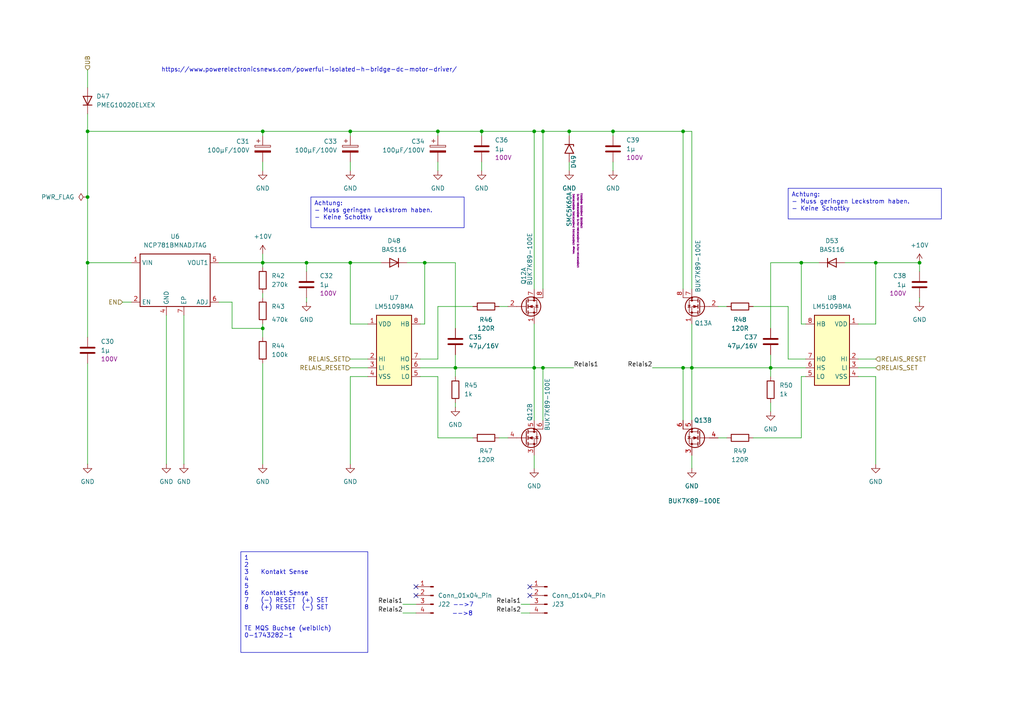
<source format=kicad_sch>
(kicad_sch
	(version 20250114)
	(generator "eeschema")
	(generator_version "9.0")
	(uuid "4f74b73c-dbd5-411d-bd30-1c4042e713f9")
	(paper "A4")
	(lib_symbols
		(symbol "Connector:Conn_01x04_Pin"
			(pin_names
				(offset 1.016)
				(hide yes)
			)
			(exclude_from_sim no)
			(in_bom yes)
			(on_board yes)
			(property "Reference" "J"
				(at 0 5.08 0)
				(effects
					(font
						(size 1.27 1.27)
					)
				)
			)
			(property "Value" "Conn_01x04_Pin"
				(at 0 -7.62 0)
				(effects
					(font
						(size 1.27 1.27)
					)
				)
			)
			(property "Footprint" ""
				(at 0 0 0)
				(effects
					(font
						(size 1.27 1.27)
					)
					(hide yes)
				)
			)
			(property "Datasheet" "~"
				(at 0 0 0)
				(effects
					(font
						(size 1.27 1.27)
					)
					(hide yes)
				)
			)
			(property "Description" "Generic connector, single row, 01x04, script generated"
				(at 0 0 0)
				(effects
					(font
						(size 1.27 1.27)
					)
					(hide yes)
				)
			)
			(property "ki_locked" ""
				(at 0 0 0)
				(effects
					(font
						(size 1.27 1.27)
					)
				)
			)
			(property "ki_keywords" "connector"
				(at 0 0 0)
				(effects
					(font
						(size 1.27 1.27)
					)
					(hide yes)
				)
			)
			(property "ki_fp_filters" "Connector*:*_1x??_*"
				(at 0 0 0)
				(effects
					(font
						(size 1.27 1.27)
					)
					(hide yes)
				)
			)
			(symbol "Conn_01x04_Pin_1_1"
				(rectangle
					(start 0.8636 2.667)
					(end 0 2.413)
					(stroke
						(width 0.1524)
						(type default)
					)
					(fill
						(type outline)
					)
				)
				(rectangle
					(start 0.8636 0.127)
					(end 0 -0.127)
					(stroke
						(width 0.1524)
						(type default)
					)
					(fill
						(type outline)
					)
				)
				(rectangle
					(start 0.8636 -2.413)
					(end 0 -2.667)
					(stroke
						(width 0.1524)
						(type default)
					)
					(fill
						(type outline)
					)
				)
				(rectangle
					(start 0.8636 -4.953)
					(end 0 -5.207)
					(stroke
						(width 0.1524)
						(type default)
					)
					(fill
						(type outline)
					)
				)
				(polyline
					(pts
						(xy 1.27 2.54) (xy 0.8636 2.54)
					)
					(stroke
						(width 0.1524)
						(type default)
					)
					(fill
						(type none)
					)
				)
				(polyline
					(pts
						(xy 1.27 0) (xy 0.8636 0)
					)
					(stroke
						(width 0.1524)
						(type default)
					)
					(fill
						(type none)
					)
				)
				(polyline
					(pts
						(xy 1.27 -2.54) (xy 0.8636 -2.54)
					)
					(stroke
						(width 0.1524)
						(type default)
					)
					(fill
						(type none)
					)
				)
				(polyline
					(pts
						(xy 1.27 -5.08) (xy 0.8636 -5.08)
					)
					(stroke
						(width 0.1524)
						(type default)
					)
					(fill
						(type none)
					)
				)
				(pin passive line
					(at 5.08 2.54 180)
					(length 3.81)
					(name "Pin_1"
						(effects
							(font
								(size 1.27 1.27)
							)
						)
					)
					(number "1"
						(effects
							(font
								(size 1.27 1.27)
							)
						)
					)
				)
				(pin passive line
					(at 5.08 0 180)
					(length 3.81)
					(name "Pin_2"
						(effects
							(font
								(size 1.27 1.27)
							)
						)
					)
					(number "2"
						(effects
							(font
								(size 1.27 1.27)
							)
						)
					)
				)
				(pin passive line
					(at 5.08 -2.54 180)
					(length 3.81)
					(name "Pin_3"
						(effects
							(font
								(size 1.27 1.27)
							)
						)
					)
					(number "3"
						(effects
							(font
								(size 1.27 1.27)
							)
						)
					)
				)
				(pin passive line
					(at 5.08 -5.08 180)
					(length 3.81)
					(name "Pin_4"
						(effects
							(font
								(size 1.27 1.27)
							)
						)
					)
					(number "4"
						(effects
							(font
								(size 1.27 1.27)
							)
						)
					)
				)
			)
			(embedded_fonts no)
		)
		(symbol "Device:C"
			(pin_numbers
				(hide yes)
			)
			(pin_names
				(offset 0.254)
			)
			(exclude_from_sim no)
			(in_bom yes)
			(on_board yes)
			(property "Reference" "C"
				(at 0.635 2.54 0)
				(effects
					(font
						(size 1.27 1.27)
					)
					(justify left)
				)
			)
			(property "Value" "C"
				(at 0.635 -2.54 0)
				(effects
					(font
						(size 1.27 1.27)
					)
					(justify left)
				)
			)
			(property "Footprint" ""
				(at 0.9652 -3.81 0)
				(effects
					(font
						(size 1.27 1.27)
					)
					(hide yes)
				)
			)
			(property "Datasheet" "~"
				(at 0 0 0)
				(effects
					(font
						(size 1.27 1.27)
					)
					(hide yes)
				)
			)
			(property "Description" "Unpolarized capacitor"
				(at 0 0 0)
				(effects
					(font
						(size 1.27 1.27)
					)
					(hide yes)
				)
			)
			(property "ki_keywords" "cap capacitor"
				(at 0 0 0)
				(effects
					(font
						(size 1.27 1.27)
					)
					(hide yes)
				)
			)
			(property "ki_fp_filters" "C_*"
				(at 0 0 0)
				(effects
					(font
						(size 1.27 1.27)
					)
					(hide yes)
				)
			)
			(symbol "C_0_1"
				(polyline
					(pts
						(xy -2.032 0.762) (xy 2.032 0.762)
					)
					(stroke
						(width 0.508)
						(type default)
					)
					(fill
						(type none)
					)
				)
				(polyline
					(pts
						(xy -2.032 -0.762) (xy 2.032 -0.762)
					)
					(stroke
						(width 0.508)
						(type default)
					)
					(fill
						(type none)
					)
				)
			)
			(symbol "C_1_1"
				(pin passive line
					(at 0 3.81 270)
					(length 2.794)
					(name "~"
						(effects
							(font
								(size 1.27 1.27)
							)
						)
					)
					(number "1"
						(effects
							(font
								(size 1.27 1.27)
							)
						)
					)
				)
				(pin passive line
					(at 0 -3.81 90)
					(length 2.794)
					(name "~"
						(effects
							(font
								(size 1.27 1.27)
							)
						)
					)
					(number "2"
						(effects
							(font
								(size 1.27 1.27)
							)
						)
					)
				)
			)
			(embedded_fonts no)
		)
		(symbol "Device:C_Polarized"
			(pin_numbers
				(hide yes)
			)
			(pin_names
				(offset 0.254)
			)
			(exclude_from_sim no)
			(in_bom yes)
			(on_board yes)
			(property "Reference" "C"
				(at 0.635 2.54 0)
				(effects
					(font
						(size 1.27 1.27)
					)
					(justify left)
				)
			)
			(property "Value" "C_Polarized"
				(at 0.635 -2.54 0)
				(effects
					(font
						(size 1.27 1.27)
					)
					(justify left)
				)
			)
			(property "Footprint" ""
				(at 0.9652 -3.81 0)
				(effects
					(font
						(size 1.27 1.27)
					)
					(hide yes)
				)
			)
			(property "Datasheet" "~"
				(at 0 0 0)
				(effects
					(font
						(size 1.27 1.27)
					)
					(hide yes)
				)
			)
			(property "Description" "Polarized capacitor"
				(at 0 0 0)
				(effects
					(font
						(size 1.27 1.27)
					)
					(hide yes)
				)
			)
			(property "ki_keywords" "cap capacitor"
				(at 0 0 0)
				(effects
					(font
						(size 1.27 1.27)
					)
					(hide yes)
				)
			)
			(property "ki_fp_filters" "CP_*"
				(at 0 0 0)
				(effects
					(font
						(size 1.27 1.27)
					)
					(hide yes)
				)
			)
			(symbol "C_Polarized_0_1"
				(rectangle
					(start -2.286 0.508)
					(end 2.286 1.016)
					(stroke
						(width 0)
						(type default)
					)
					(fill
						(type none)
					)
				)
				(polyline
					(pts
						(xy -1.778 2.286) (xy -0.762 2.286)
					)
					(stroke
						(width 0)
						(type default)
					)
					(fill
						(type none)
					)
				)
				(polyline
					(pts
						(xy -1.27 2.794) (xy -1.27 1.778)
					)
					(stroke
						(width 0)
						(type default)
					)
					(fill
						(type none)
					)
				)
				(rectangle
					(start 2.286 -0.508)
					(end -2.286 -1.016)
					(stroke
						(width 0)
						(type default)
					)
					(fill
						(type outline)
					)
				)
			)
			(symbol "C_Polarized_1_1"
				(pin passive line
					(at 0 3.81 270)
					(length 2.794)
					(name "~"
						(effects
							(font
								(size 1.27 1.27)
							)
						)
					)
					(number "1"
						(effects
							(font
								(size 1.27 1.27)
							)
						)
					)
				)
				(pin passive line
					(at 0 -3.81 90)
					(length 2.794)
					(name "~"
						(effects
							(font
								(size 1.27 1.27)
							)
						)
					)
					(number "2"
						(effects
							(font
								(size 1.27 1.27)
							)
						)
					)
				)
			)
			(embedded_fonts no)
		)
		(symbol "Device:D"
			(pin_numbers
				(hide yes)
			)
			(pin_names
				(offset 1.016)
				(hide yes)
			)
			(exclude_from_sim no)
			(in_bom yes)
			(on_board yes)
			(property "Reference" "D"
				(at 0 2.54 0)
				(effects
					(font
						(size 1.27 1.27)
					)
				)
			)
			(property "Value" "D"
				(at 0 -2.54 0)
				(effects
					(font
						(size 1.27 1.27)
					)
				)
			)
			(property "Footprint" ""
				(at 0 0 0)
				(effects
					(font
						(size 1.27 1.27)
					)
					(hide yes)
				)
			)
			(property "Datasheet" "~"
				(at 0 0 0)
				(effects
					(font
						(size 1.27 1.27)
					)
					(hide yes)
				)
			)
			(property "Description" "Diode"
				(at 0 0 0)
				(effects
					(font
						(size 1.27 1.27)
					)
					(hide yes)
				)
			)
			(property "Sim.Device" "D"
				(at 0 0 0)
				(effects
					(font
						(size 1.27 1.27)
					)
					(hide yes)
				)
			)
			(property "Sim.Pins" "1=K 2=A"
				(at 0 0 0)
				(effects
					(font
						(size 1.27 1.27)
					)
					(hide yes)
				)
			)
			(property "ki_keywords" "diode"
				(at 0 0 0)
				(effects
					(font
						(size 1.27 1.27)
					)
					(hide yes)
				)
			)
			(property "ki_fp_filters" "TO-???* *_Diode_* *SingleDiode* D_*"
				(at 0 0 0)
				(effects
					(font
						(size 1.27 1.27)
					)
					(hide yes)
				)
			)
			(symbol "D_0_1"
				(polyline
					(pts
						(xy -1.27 1.27) (xy -1.27 -1.27)
					)
					(stroke
						(width 0.254)
						(type default)
					)
					(fill
						(type none)
					)
				)
				(polyline
					(pts
						(xy 1.27 1.27) (xy 1.27 -1.27) (xy -1.27 0) (xy 1.27 1.27)
					)
					(stroke
						(width 0.254)
						(type default)
					)
					(fill
						(type none)
					)
				)
				(polyline
					(pts
						(xy 1.27 0) (xy -1.27 0)
					)
					(stroke
						(width 0)
						(type default)
					)
					(fill
						(type none)
					)
				)
			)
			(symbol "D_1_1"
				(pin passive line
					(at -3.81 0 0)
					(length 2.54)
					(name "K"
						(effects
							(font
								(size 1.27 1.27)
							)
						)
					)
					(number "1"
						(effects
							(font
								(size 1.27 1.27)
							)
						)
					)
				)
				(pin passive line
					(at 3.81 0 180)
					(length 2.54)
					(name "A"
						(effects
							(font
								(size 1.27 1.27)
							)
						)
					)
					(number "2"
						(effects
							(font
								(size 1.27 1.27)
							)
						)
					)
				)
			)
			(embedded_fonts no)
		)
		(symbol "Device:R"
			(pin_numbers
				(hide yes)
			)
			(pin_names
				(offset 0)
			)
			(exclude_from_sim no)
			(in_bom yes)
			(on_board yes)
			(property "Reference" "R"
				(at 2.032 0 90)
				(effects
					(font
						(size 1.27 1.27)
					)
				)
			)
			(property "Value" "R"
				(at 0 0 90)
				(effects
					(font
						(size 1.27 1.27)
					)
				)
			)
			(property "Footprint" ""
				(at -1.778 0 90)
				(effects
					(font
						(size 1.27 1.27)
					)
					(hide yes)
				)
			)
			(property "Datasheet" "~"
				(at 0 0 0)
				(effects
					(font
						(size 1.27 1.27)
					)
					(hide yes)
				)
			)
			(property "Description" "Resistor"
				(at 0 0 0)
				(effects
					(font
						(size 1.27 1.27)
					)
					(hide yes)
				)
			)
			(property "ki_keywords" "R res resistor"
				(at 0 0 0)
				(effects
					(font
						(size 1.27 1.27)
					)
					(hide yes)
				)
			)
			(property "ki_fp_filters" "R_*"
				(at 0 0 0)
				(effects
					(font
						(size 1.27 1.27)
					)
					(hide yes)
				)
			)
			(symbol "R_0_1"
				(rectangle
					(start -1.016 -2.54)
					(end 1.016 2.54)
					(stroke
						(width 0.254)
						(type default)
					)
					(fill
						(type none)
					)
				)
			)
			(symbol "R_1_1"
				(pin passive line
					(at 0 3.81 270)
					(length 1.27)
					(name "~"
						(effects
							(font
								(size 1.27 1.27)
							)
						)
					)
					(number "1"
						(effects
							(font
								(size 1.27 1.27)
							)
						)
					)
				)
				(pin passive line
					(at 0 -3.81 90)
					(length 1.27)
					(name "~"
						(effects
							(font
								(size 1.27 1.27)
							)
						)
					)
					(number "2"
						(effects
							(font
								(size 1.27 1.27)
							)
						)
					)
				)
			)
			(embedded_fonts no)
		)
		(symbol "Diode:1.5SMCxxA"
			(pin_numbers
				(hide yes)
			)
			(pin_names
				(offset 1.016)
				(hide yes)
			)
			(exclude_from_sim no)
			(in_bom yes)
			(on_board yes)
			(property "Reference" "D"
				(at 0 2.54 0)
				(effects
					(font
						(size 1.27 1.27)
					)
				)
			)
			(property "Value" "1.5SMCxxA"
				(at 0 -2.54 0)
				(effects
					(font
						(size 1.27 1.27)
					)
				)
			)
			(property "Footprint" "Diode_SMD:D_SMC"
				(at 0 -5.08 0)
				(effects
					(font
						(size 1.27 1.27)
					)
					(hide yes)
				)
			)
			(property "Datasheet" "https://www.vishay.com/docs/88303/15smc.pdf"
				(at -1.27 0 0)
				(effects
					(font
						(size 1.27 1.27)
					)
					(hide yes)
				)
			)
			(property "Description" "1500W unidirectional TVS diode, SMC (DO-201AB)"
				(at 0 0 0)
				(effects
					(font
						(size 1.27 1.27)
					)
					(hide yes)
				)
			)
			(property "ki_keywords" "transient voltage suppressor TRANSZORB®"
				(at 0 0 0)
				(effects
					(font
						(size 1.27 1.27)
					)
					(hide yes)
				)
			)
			(property "ki_fp_filters" "D?SMC*"
				(at 0 0 0)
				(effects
					(font
						(size 1.27 1.27)
					)
					(hide yes)
				)
			)
			(symbol "1.5SMCxxA_0_1"
				(polyline
					(pts
						(xy -0.762 1.27) (xy -1.27 1.27) (xy -1.27 -1.27)
					)
					(stroke
						(width 0.254)
						(type default)
					)
					(fill
						(type none)
					)
				)
				(polyline
					(pts
						(xy 1.27 1.27) (xy 1.27 -1.27) (xy -1.27 0) (xy 1.27 1.27)
					)
					(stroke
						(width 0.254)
						(type default)
					)
					(fill
						(type none)
					)
				)
			)
			(symbol "1.5SMCxxA_1_1"
				(pin passive line
					(at -3.81 0 0)
					(length 2.54)
					(name "A1"
						(effects
							(font
								(size 1.27 1.27)
							)
						)
					)
					(number "1"
						(effects
							(font
								(size 1.27 1.27)
							)
						)
					)
				)
				(pin passive line
					(at 3.81 0 180)
					(length 2.54)
					(name "A2"
						(effects
							(font
								(size 1.27 1.27)
							)
						)
					)
					(number "2"
						(effects
							(font
								(size 1.27 1.27)
							)
						)
					)
				)
			)
			(embedded_fonts no)
		)
		(symbol "Diode:BAS19"
			(pin_numbers
				(hide yes)
			)
			(pin_names
				(hide yes)
			)
			(exclude_from_sim no)
			(in_bom yes)
			(on_board yes)
			(property "Reference" "D"
				(at 0 2.54 0)
				(effects
					(font
						(size 1.27 1.27)
					)
				)
			)
			(property "Value" "BAS19"
				(at 0 -2.54 0)
				(effects
					(font
						(size 1.27 1.27)
					)
				)
			)
			(property "Footprint" "Package_TO_SOT_SMD:SOT-23"
				(at 0 -4.445 0)
				(effects
					(font
						(size 1.27 1.27)
					)
					(hide yes)
				)
			)
			(property "Datasheet" "https://www.diodes.com/assets/Datasheets/Ds12004.pdf"
				(at 0 0 0)
				(effects
					(font
						(size 1.27 1.27)
					)
					(hide yes)
				)
			)
			(property "Description" "120V, 0.4A, High-speed Switching Diode, SOT-23"
				(at 0 0 0)
				(effects
					(font
						(size 1.27 1.27)
					)
					(hide yes)
				)
			)
			(property "ki_keywords" "diode"
				(at 0 0 0)
				(effects
					(font
						(size 1.27 1.27)
					)
					(hide yes)
				)
			)
			(property "ki_fp_filters" "SOT?23*"
				(at 0 0 0)
				(effects
					(font
						(size 1.27 1.27)
					)
					(hide yes)
				)
			)
			(symbol "BAS19_0_1"
				(polyline
					(pts
						(xy -1.27 1.27) (xy -1.27 -1.27)
					)
					(stroke
						(width 0.254)
						(type default)
					)
					(fill
						(type none)
					)
				)
				(polyline
					(pts
						(xy 1.27 1.27) (xy 1.27 -1.27) (xy -1.27 0) (xy 1.27 1.27)
					)
					(stroke
						(width 0.254)
						(type default)
					)
					(fill
						(type none)
					)
				)
				(polyline
					(pts
						(xy 1.27 0) (xy -1.27 0)
					)
					(stroke
						(width 0)
						(type default)
					)
					(fill
						(type none)
					)
				)
			)
			(symbol "BAS19_1_1"
				(pin passive line
					(at -3.81 0 0)
					(length 2.54)
					(name "K"
						(effects
							(font
								(size 1.27 1.27)
							)
						)
					)
					(number "3"
						(effects
							(font
								(size 1.27 1.27)
							)
						)
					)
				)
				(pin no_connect line
					(at -1.27 0 0)
					(length 2.54)
					(hide yes)
					(name "NC"
						(effects
							(font
								(size 1.27 1.27)
							)
						)
					)
					(number "2"
						(effects
							(font
								(size 1.27 1.27)
							)
						)
					)
				)
				(pin passive line
					(at 3.81 0 180)
					(length 2.54)
					(name "A"
						(effects
							(font
								(size 1.27 1.27)
							)
						)
					)
					(number "1"
						(effects
							(font
								(size 1.27 1.27)
							)
						)
					)
				)
			)
			(embedded_fonts no)
		)
		(symbol "Driver_FET:LM5109BMA"
			(exclude_from_sim no)
			(in_bom yes)
			(on_board yes)
			(property "Reference" "U"
				(at 0 13.97 0)
				(effects
					(font
						(size 1.27 1.27)
					)
				)
			)
			(property "Value" "LM5109BMA"
				(at 0 11.43 0)
				(effects
					(font
						(size 1.27 1.27)
					)
				)
			)
			(property "Footprint" "Package_SO:SOIC-8_3.9x4.9mm_P1.27mm"
				(at 0 -12.7 0)
				(effects
					(font
						(size 1.27 1.27)
						(italic yes)
					)
					(hide yes)
				)
			)
			(property "Datasheet" "http://www.ti.com/lit/ds/symlink/lm5109b.pdf"
				(at 0 0 0)
				(effects
					(font
						(size 1.27 1.27)
					)
					(hide yes)
				)
			)
			(property "Description" "Half-Bridge Gate Driver, Output Current 1.0A, 100V, SOIC-8"
				(at 0 0 0)
				(effects
					(font
						(size 1.27 1.27)
					)
					(hide yes)
				)
			)
			(property "ki_keywords" "Half-Bridge Gate Driver"
				(at 0 0 0)
				(effects
					(font
						(size 1.27 1.27)
					)
					(hide yes)
				)
			)
			(property "ki_fp_filters" "SOIC*3.9x4.9mm*P1.27mm*"
				(at 0 0 0)
				(effects
					(font
						(size 1.27 1.27)
					)
					(hide yes)
				)
			)
			(symbol "LM5109BMA_0_1"
				(rectangle
					(start -5.08 -10.16)
					(end 5.08 10.16)
					(stroke
						(width 0.254)
						(type default)
					)
					(fill
						(type background)
					)
				)
			)
			(symbol "LM5109BMA_1_1"
				(pin power_in line
					(at -7.62 7.62 0)
					(length 2.54)
					(name "VDD"
						(effects
							(font
								(size 1.27 1.27)
							)
						)
					)
					(number "1"
						(effects
							(font
								(size 1.27 1.27)
							)
						)
					)
				)
				(pin input line
					(at -7.62 -2.54 0)
					(length 2.54)
					(name "HI"
						(effects
							(font
								(size 1.27 1.27)
							)
						)
					)
					(number "2"
						(effects
							(font
								(size 1.27 1.27)
							)
						)
					)
				)
				(pin input line
					(at -7.62 -5.08 0)
					(length 2.54)
					(name "LI"
						(effects
							(font
								(size 1.27 1.27)
							)
						)
					)
					(number "3"
						(effects
							(font
								(size 1.27 1.27)
							)
						)
					)
				)
				(pin power_in line
					(at -7.62 -7.62 0)
					(length 2.54)
					(name "VSS"
						(effects
							(font
								(size 1.27 1.27)
							)
						)
					)
					(number "4"
						(effects
							(font
								(size 1.27 1.27)
							)
						)
					)
				)
				(pin passive line
					(at 7.62 7.62 180)
					(length 2.54)
					(name "HB"
						(effects
							(font
								(size 1.27 1.27)
							)
						)
					)
					(number "8"
						(effects
							(font
								(size 1.27 1.27)
							)
						)
					)
				)
				(pin output line
					(at 7.62 -2.54 180)
					(length 2.54)
					(name "HO"
						(effects
							(font
								(size 1.27 1.27)
							)
						)
					)
					(number "7"
						(effects
							(font
								(size 1.27 1.27)
							)
						)
					)
				)
				(pin passive line
					(at 7.62 -5.08 180)
					(length 2.54)
					(name "HS"
						(effects
							(font
								(size 1.27 1.27)
							)
						)
					)
					(number "6"
						(effects
							(font
								(size 1.27 1.27)
							)
						)
					)
				)
				(pin output line
					(at 7.62 -7.62 180)
					(length 2.54)
					(name "LO"
						(effects
							(font
								(size 1.27 1.27)
							)
						)
					)
					(number "5"
						(effects
							(font
								(size 1.27 1.27)
							)
						)
					)
				)
			)
			(embedded_fonts no)
		)
		(symbol "Transistor_FET:Q_Dual_NMOS_S1G1S2G2D2D2D1D1"
			(pin_names
				(offset 0)
				(hide yes)
			)
			(exclude_from_sim no)
			(in_bom yes)
			(on_board yes)
			(property "Reference" "Q"
				(at 5.08 1.905 0)
				(effects
					(font
						(size 1.27 1.27)
					)
					(justify left)
				)
			)
			(property "Value" "Q_Dual_NMOS_S1G1S2G2D2D2D1D1"
				(at 5.08 0 0)
				(effects
					(font
						(size 1.27 1.27)
					)
					(justify left)
				)
			)
			(property "Footprint" ""
				(at 5.08 0 0)
				(effects
					(font
						(size 1.27 1.27)
					)
					(hide yes)
				)
			)
			(property "Datasheet" "~"
				(at 5.08 0 0)
				(effects
					(font
						(size 1.27 1.27)
					)
					(hide yes)
				)
			)
			(property "Description" "Dual NMOS transistor, 8 pin package"
				(at 0 0 0)
				(effects
					(font
						(size 1.27 1.27)
					)
					(hide yes)
				)
			)
			(property "ki_keywords" "transistor NMOS N-MOS N-MOSFET"
				(at 0 0 0)
				(effects
					(font
						(size 1.27 1.27)
					)
					(hide yes)
				)
			)
			(symbol "Q_Dual_NMOS_S1G1S2G2D2D2D1D1_0_1"
				(polyline
					(pts
						(xy 0.254 1.905) (xy 0.254 -1.905)
					)
					(stroke
						(width 0.254)
						(type default)
					)
					(fill
						(type none)
					)
				)
				(polyline
					(pts
						(xy 0.254 0) (xy -2.54 0)
					)
					(stroke
						(width 0)
						(type default)
					)
					(fill
						(type none)
					)
				)
				(polyline
					(pts
						(xy 0.762 2.286) (xy 0.762 1.27)
					)
					(stroke
						(width 0.254)
						(type default)
					)
					(fill
						(type none)
					)
				)
				(polyline
					(pts
						(xy 0.762 0.508) (xy 0.762 -0.508)
					)
					(stroke
						(width 0.254)
						(type default)
					)
					(fill
						(type none)
					)
				)
				(polyline
					(pts
						(xy 0.762 -1.27) (xy 0.762 -2.286)
					)
					(stroke
						(width 0.254)
						(type default)
					)
					(fill
						(type none)
					)
				)
				(polyline
					(pts
						(xy 0.762 -1.778) (xy 3.302 -1.778) (xy 3.302 1.778) (xy 0.762 1.778)
					)
					(stroke
						(width 0)
						(type default)
					)
					(fill
						(type none)
					)
				)
				(polyline
					(pts
						(xy 1.016 0) (xy 2.032 0.381) (xy 2.032 -0.381) (xy 1.016 0)
					)
					(stroke
						(width 0)
						(type default)
					)
					(fill
						(type outline)
					)
				)
				(circle
					(center 1.651 0)
					(radius 2.794)
					(stroke
						(width 0.254)
						(type default)
					)
					(fill
						(type none)
					)
				)
				(polyline
					(pts
						(xy 2.54 2.54) (xy 2.54 1.778)
					)
					(stroke
						(width 0)
						(type default)
					)
					(fill
						(type none)
					)
				)
				(circle
					(center 2.54 2.54)
					(radius 0.254)
					(stroke
						(width 0)
						(type default)
					)
					(fill
						(type outline)
					)
				)
				(circle
					(center 2.54 1.778)
					(radius 0.254)
					(stroke
						(width 0)
						(type default)
					)
					(fill
						(type outline)
					)
				)
				(circle
					(center 2.54 -1.778)
					(radius 0.254)
					(stroke
						(width 0)
						(type default)
					)
					(fill
						(type outline)
					)
				)
				(polyline
					(pts
						(xy 2.54 -2.54) (xy 2.54 0) (xy 0.762 0)
					)
					(stroke
						(width 0)
						(type default)
					)
					(fill
						(type none)
					)
				)
				(polyline
					(pts
						(xy 2.921 0.381) (xy 3.683 0.381)
					)
					(stroke
						(width 0)
						(type default)
					)
					(fill
						(type none)
					)
				)
				(polyline
					(pts
						(xy 3.302 0.381) (xy 2.921 -0.254) (xy 3.683 -0.254) (xy 3.302 0.381)
					)
					(stroke
						(width 0)
						(type default)
					)
					(fill
						(type none)
					)
				)
				(polyline
					(pts
						(xy 5.08 2.54) (xy 2.54 2.54)
					)
					(stroke
						(width 0)
						(type default)
					)
					(fill
						(type none)
					)
				)
			)
			(symbol "Q_Dual_NMOS_S1G1S2G2D2D2D1D1_1_1"
				(pin input line
					(at -5.08 0 0)
					(length 2.54)
					(name "G"
						(effects
							(font
								(size 1.27 1.27)
							)
						)
					)
					(number "2"
						(effects
							(font
								(size 1.27 1.27)
							)
						)
					)
				)
				(pin passive line
					(at 2.54 5.08 270)
					(length 2.54)
					(name "D"
						(effects
							(font
								(size 1.27 1.27)
							)
						)
					)
					(number "7"
						(effects
							(font
								(size 1.27 1.27)
							)
						)
					)
				)
				(pin passive line
					(at 2.54 -5.08 90)
					(length 2.54)
					(name "S"
						(effects
							(font
								(size 1.27 1.27)
							)
						)
					)
					(number "1"
						(effects
							(font
								(size 1.27 1.27)
							)
						)
					)
				)
				(pin passive line
					(at 5.08 5.08 270)
					(length 2.54)
					(name "D"
						(effects
							(font
								(size 1.27 1.27)
							)
						)
					)
					(number "8"
						(effects
							(font
								(size 1.27 1.27)
							)
						)
					)
				)
			)
			(symbol "Q_Dual_NMOS_S1G1S2G2D2D2D1D1_2_1"
				(pin input line
					(at -5.08 0 0)
					(length 2.54)
					(name "G"
						(effects
							(font
								(size 1.27 1.27)
							)
						)
					)
					(number "4"
						(effects
							(font
								(size 1.27 1.27)
							)
						)
					)
				)
				(pin passive line
					(at 2.54 5.08 270)
					(length 2.54)
					(name "D"
						(effects
							(font
								(size 1.27 1.27)
							)
						)
					)
					(number "5"
						(effects
							(font
								(size 1.27 1.27)
							)
						)
					)
				)
				(pin passive line
					(at 2.54 -5.08 90)
					(length 2.54)
					(name "S"
						(effects
							(font
								(size 1.27 1.27)
							)
						)
					)
					(number "3"
						(effects
							(font
								(size 1.27 1.27)
							)
						)
					)
				)
				(pin passive line
					(at 5.08 5.08 270)
					(length 2.54)
					(name "D"
						(effects
							(font
								(size 1.27 1.27)
							)
						)
					)
					(number "6"
						(effects
							(font
								(size 1.27 1.27)
							)
						)
					)
				)
			)
			(embedded_fonts no)
		)
		(symbol "myVoltageRegulator:NCP781"
			(exclude_from_sim no)
			(in_bom yes)
			(on_board yes)
			(property "Reference" "U"
				(at -9.144 8.89 0)
				(effects
					(font
						(size 1.27 1.27)
					)
				)
			)
			(property "Value" ""
				(at 0 0 0)
				(effects
					(font
						(size 1.27 1.27)
					)
				)
			)
			(property "Footprint" ""
				(at 0 0 0)
				(effects
					(font
						(size 1.27 1.27)
					)
					(hide yes)
				)
			)
			(property "Datasheet" ""
				(at 0 0 0)
				(effects
					(font
						(size 1.27 1.27)
					)
					(hide yes)
				)
			)
			(property "Description" ""
				(at 0 0 0)
				(effects
					(font
						(size 1.27 1.27)
					)
					(hide yes)
				)
			)
			(symbol "NCP781_1_0"
				(polyline
					(pts
						(xy -10.16 7.62) (xy 10.16 7.62)
					)
					(stroke
						(width 0.254)
						(type solid)
					)
					(fill
						(type none)
					)
				)
				(polyline
					(pts
						(xy -10.16 -7.62) (xy -10.16 7.62)
					)
					(stroke
						(width 0.254)
						(type solid)
					)
					(fill
						(type none)
					)
				)
				(polyline
					(pts
						(xy 10.16 7.62) (xy 10.16 -7.62)
					)
					(stroke
						(width 0.254)
						(type solid)
					)
					(fill
						(type none)
					)
				)
				(polyline
					(pts
						(xy 10.16 -7.62) (xy -10.16 -7.62)
					)
					(stroke
						(width 0.254)
						(type solid)
					)
					(fill
						(type none)
					)
				)
				(pin power_in line
					(at -12.7 5.08 0)
					(length 2.54)
					(name "VIN"
						(effects
							(font
								(size 1.27 1.27)
							)
						)
					)
					(number "1"
						(effects
							(font
								(size 1.27 1.27)
							)
						)
					)
				)
				(pin input line
					(at -12.7 -6.35 0)
					(length 2.54)
					(name "EN"
						(effects
							(font
								(size 1.27 1.27)
							)
						)
					)
					(number "2"
						(effects
							(font
								(size 1.27 1.27)
							)
						)
					)
				)
				(pin power_in line
					(at -2.54 -10.16 90)
					(length 2.54)
					(name "GND"
						(effects
							(font
								(size 1.27 1.27)
							)
						)
					)
					(number "4"
						(effects
							(font
								(size 1.27 1.27)
							)
						)
					)
				)
				(pin power_in line
					(at 2.54 -10.16 90)
					(length 2.54)
					(name "EP"
						(effects
							(font
								(size 1.27 1.27)
							)
						)
					)
					(number "7"
						(effects
							(font
								(size 1.27 1.27)
							)
						)
					)
				)
				(pin power_out line
					(at 12.7 5.08 180)
					(length 2.54)
					(name "VOUT1"
						(effects
							(font
								(size 1.27 1.27)
							)
						)
					)
					(number "5"
						(effects
							(font
								(size 1.27 1.27)
							)
						)
					)
				)
				(pin passive line
					(at 12.7 -6.35 180)
					(length 2.54)
					(name "ADJ"
						(effects
							(font
								(size 1.27 1.27)
							)
						)
					)
					(number "6"
						(effects
							(font
								(size 1.27 1.27)
							)
						)
					)
				)
			)
			(embedded_fonts no)
		)
		(symbol "power:+10V"
			(power)
			(pin_numbers
				(hide yes)
			)
			(pin_names
				(offset 0)
				(hide yes)
			)
			(exclude_from_sim no)
			(in_bom yes)
			(on_board yes)
			(property "Reference" "#PWR"
				(at 0 -3.81 0)
				(effects
					(font
						(size 1.27 1.27)
					)
					(hide yes)
				)
			)
			(property "Value" "+10V"
				(at 0 3.556 0)
				(effects
					(font
						(size 1.27 1.27)
					)
				)
			)
			(property "Footprint" ""
				(at 0 0 0)
				(effects
					(font
						(size 1.27 1.27)
					)
					(hide yes)
				)
			)
			(property "Datasheet" ""
				(at 0 0 0)
				(effects
					(font
						(size 1.27 1.27)
					)
					(hide yes)
				)
			)
			(property "Description" "Power symbol creates a global label with name \"+10V\""
				(at 0 0 0)
				(effects
					(font
						(size 1.27 1.27)
					)
					(hide yes)
				)
			)
			(property "ki_keywords" "global power"
				(at 0 0 0)
				(effects
					(font
						(size 1.27 1.27)
					)
					(hide yes)
				)
			)
			(symbol "+10V_0_1"
				(polyline
					(pts
						(xy -0.762 1.27) (xy 0 2.54)
					)
					(stroke
						(width 0)
						(type default)
					)
					(fill
						(type none)
					)
				)
				(polyline
					(pts
						(xy 0 2.54) (xy 0.762 1.27)
					)
					(stroke
						(width 0)
						(type default)
					)
					(fill
						(type none)
					)
				)
				(polyline
					(pts
						(xy 0 0) (xy 0 2.54)
					)
					(stroke
						(width 0)
						(type default)
					)
					(fill
						(type none)
					)
				)
			)
			(symbol "+10V_1_1"
				(pin power_in line
					(at 0 0 90)
					(length 0)
					(name "~"
						(effects
							(font
								(size 1.27 1.27)
							)
						)
					)
					(number "1"
						(effects
							(font
								(size 1.27 1.27)
							)
						)
					)
				)
			)
			(embedded_fonts no)
		)
		(symbol "power:GND"
			(power)
			(pin_numbers
				(hide yes)
			)
			(pin_names
				(offset 0)
				(hide yes)
			)
			(exclude_from_sim no)
			(in_bom yes)
			(on_board yes)
			(property "Reference" "#PWR"
				(at 0 -6.35 0)
				(effects
					(font
						(size 1.27 1.27)
					)
					(hide yes)
				)
			)
			(property "Value" "GND"
				(at 0 -3.81 0)
				(effects
					(font
						(size 1.27 1.27)
					)
				)
			)
			(property "Footprint" ""
				(at 0 0 0)
				(effects
					(font
						(size 1.27 1.27)
					)
					(hide yes)
				)
			)
			(property "Datasheet" ""
				(at 0 0 0)
				(effects
					(font
						(size 1.27 1.27)
					)
					(hide yes)
				)
			)
			(property "Description" "Power symbol creates a global label with name \"GND\" , ground"
				(at 0 0 0)
				(effects
					(font
						(size 1.27 1.27)
					)
					(hide yes)
				)
			)
			(property "ki_keywords" "global power"
				(at 0 0 0)
				(effects
					(font
						(size 1.27 1.27)
					)
					(hide yes)
				)
			)
			(symbol "GND_0_1"
				(polyline
					(pts
						(xy 0 0) (xy 0 -1.27) (xy 1.27 -1.27) (xy 0 -2.54) (xy -1.27 -1.27) (xy 0 -1.27)
					)
					(stroke
						(width 0)
						(type default)
					)
					(fill
						(type none)
					)
				)
			)
			(symbol "GND_1_1"
				(pin power_in line
					(at 0 0 270)
					(length 0)
					(name "~"
						(effects
							(font
								(size 1.27 1.27)
							)
						)
					)
					(number "1"
						(effects
							(font
								(size 1.27 1.27)
							)
						)
					)
				)
			)
			(embedded_fonts no)
		)
		(symbol "power:PWR_FLAG"
			(power)
			(pin_numbers
				(hide yes)
			)
			(pin_names
				(offset 0)
				(hide yes)
			)
			(exclude_from_sim no)
			(in_bom yes)
			(on_board yes)
			(property "Reference" "#FLG"
				(at 0 1.905 0)
				(effects
					(font
						(size 1.27 1.27)
					)
					(hide yes)
				)
			)
			(property "Value" "PWR_FLAG"
				(at 0 3.81 0)
				(effects
					(font
						(size 1.27 1.27)
					)
				)
			)
			(property "Footprint" ""
				(at 0 0 0)
				(effects
					(font
						(size 1.27 1.27)
					)
					(hide yes)
				)
			)
			(property "Datasheet" "~"
				(at 0 0 0)
				(effects
					(font
						(size 1.27 1.27)
					)
					(hide yes)
				)
			)
			(property "Description" "Special symbol for telling ERC where power comes from"
				(at 0 0 0)
				(effects
					(font
						(size 1.27 1.27)
					)
					(hide yes)
				)
			)
			(property "ki_keywords" "flag power"
				(at 0 0 0)
				(effects
					(font
						(size 1.27 1.27)
					)
					(hide yes)
				)
			)
			(symbol "PWR_FLAG_0_0"
				(pin power_out line
					(at 0 0 90)
					(length 0)
					(name "~"
						(effects
							(font
								(size 1.27 1.27)
							)
						)
					)
					(number "1"
						(effects
							(font
								(size 1.27 1.27)
							)
						)
					)
				)
			)
			(symbol "PWR_FLAG_0_1"
				(polyline
					(pts
						(xy 0 0) (xy 0 1.27) (xy -1.016 1.905) (xy 0 2.54) (xy 1.016 1.905) (xy 0 1.27)
					)
					(stroke
						(width 0)
						(type default)
					)
					(fill
						(type none)
					)
				)
			)
			(embedded_fonts no)
		)
	)
	(text "-->7"
		(exclude_from_sim no)
		(at 134.366 175.514 0)
		(effects
			(font
				(size 1.27 1.27)
			)
		)
		(uuid "76b47596-7e49-402c-a84b-4eb06047c2de")
	)
	(text "-->8\n"
		(exclude_from_sim no)
		(at 134.112 178.054 0)
		(effects
			(font
				(size 1.27 1.27)
			)
		)
		(uuid "a8f67279-b983-43a5-b317-950fa347e9d2")
	)
	(text "https://www.powerelectronicsnews.com/powerful-isolated-h-bridge-dc-motor-driver/"
		(exclude_from_sim no)
		(at 89.662 20.32 0)
		(effects
			(font
				(size 1.27 1.27)
			)
		)
		(uuid "ae847626-835a-46bb-b1cf-dddefdfdf73a")
	)
	(text_box "1\n2\n3	Kontakt Sense\n4\n5\n6	Kontakt Sense\n7	(-) RESET  (+) SET\n8	(+) RESET  (-) SET\n\n\nTE MQS Buchse (weiblich) 0-1743282-1"
		(exclude_from_sim no)
		(at 69.85 160.02 0)
		(size 36.83 29.21)
		(margins 0.9525 0.9525 0.9525 0.9525)
		(stroke
			(width 0)
			(type solid)
		)
		(fill
			(type none)
		)
		(effects
			(font
				(size 1.27 1.27)
			)
			(justify left top)
		)
		(uuid "2b41c803-0a76-46f3-a2ff-ce12422797bf")
	)
	(text_box "Achtung:\n- Muss geringen Leckstrom haben.\n- Keine Schottky"
		(exclude_from_sim no)
		(at 228.6 54.61 0)
		(size 44.45 8.89)
		(margins 0.9525 0.9525 0.9525 0.9525)
		(stroke
			(width 0)
			(type solid)
		)
		(fill
			(type none)
		)
		(effects
			(font
				(size 1.27 1.27)
			)
			(justify left top)
		)
		(uuid "a1d0728d-6020-4dbe-bc65-b3f9801e296c")
	)
	(text_box "Achtung:\n- Muss geringen Leckstrom haben.\n- Keine Schottky"
		(exclude_from_sim no)
		(at 90.17 57.15 0)
		(size 44.45 8.89)
		(margins 0.9525 0.9525 0.9525 0.9525)
		(stroke
			(width 0)
			(type solid)
		)
		(fill
			(type none)
		)
		(effects
			(font
				(size 1.27 1.27)
			)
			(justify left top)
		)
		(uuid "f62c8360-c970-4952-b0f2-c0ccd59bbdee")
	)
	(junction
		(at 165.1 38.1)
		(diameter 0)
		(color 0 0 0 0)
		(uuid "0152f742-a11c-49d8-b420-fe97e6e7202f")
	)
	(junction
		(at 76.2 38.1)
		(diameter 0)
		(color 0 0 0 0)
		(uuid "0fcc35cb-d33a-4323-a985-bc4df0928ee7")
	)
	(junction
		(at 123.19 76.2)
		(diameter 0)
		(color 0 0 0 0)
		(uuid "1d80662c-ce6c-4c4c-838e-760c5dd8eef1")
	)
	(junction
		(at 177.8 38.1)
		(diameter 0)
		(color 0 0 0 0)
		(uuid "344b64c4-d8d9-41f0-8696-7aac5102d1a9")
	)
	(junction
		(at 198.12 106.68)
		(diameter 0)
		(color 0 0 0 0)
		(uuid "3953cd75-a5e8-4fbc-a7df-9ec5551fab02")
	)
	(junction
		(at 101.6 76.2)
		(diameter 0)
		(color 0 0 0 0)
		(uuid "3dec8f18-0212-41d0-b5bf-0f26ea930e53")
	)
	(junction
		(at 223.52 106.68)
		(diameter 0)
		(color 0 0 0 0)
		(uuid "44f2f290-210c-47fd-a0a9-bb39ef954a66")
	)
	(junction
		(at 25.4 38.1)
		(diameter 0)
		(color 0 0 0 0)
		(uuid "500555c7-e6e9-43a2-bd04-af38a70696f6")
	)
	(junction
		(at 101.6 38.1)
		(diameter 0)
		(color 0 0 0 0)
		(uuid "5fc142a5-43a6-4011-afb3-7a7a4cde3d4a")
	)
	(junction
		(at 154.94 106.68)
		(diameter 0)
		(color 0 0 0 0)
		(uuid "8d08f6d8-efdd-41d3-940b-c8c54c0ccad6")
	)
	(junction
		(at 198.12 38.1)
		(diameter 0)
		(color 0 0 0 0)
		(uuid "915ba2ea-4b71-4d72-b9d5-b7f835d548a7")
	)
	(junction
		(at 157.48 38.1)
		(diameter 0)
		(color 0 0 0 0)
		(uuid "91cd5d1f-60b6-415b-9335-9df8b8502265")
	)
	(junction
		(at 157.48 106.68)
		(diameter 0)
		(color 0 0 0 0)
		(uuid "9d5c6825-3ee3-4025-9f11-ef9d6db3f821")
	)
	(junction
		(at 154.94 38.1)
		(diameter 0)
		(color 0 0 0 0)
		(uuid "9f199de9-3d35-4db0-b036-34ca8b4952d1")
	)
	(junction
		(at 266.7 76.2)
		(diameter 0)
		(color 0 0 0 0)
		(uuid "a5bf2f54-4242-4a5a-89d5-b7aaef92bdf9")
	)
	(junction
		(at 232.41 76.2)
		(diameter 0)
		(color 0 0 0 0)
		(uuid "a82e7860-a27f-4483-939f-e3223f5dc8ef")
	)
	(junction
		(at 76.2 95.25)
		(diameter 0)
		(color 0 0 0 0)
		(uuid "aa84a8f0-b8dc-452d-9d8d-c2e20e589c2d")
	)
	(junction
		(at 132.08 106.68)
		(diameter 0)
		(color 0 0 0 0)
		(uuid "ac083178-c062-4538-b174-f90472603d82")
	)
	(junction
		(at 88.9 76.2)
		(diameter 0)
		(color 0 0 0 0)
		(uuid "ac9a7a87-4dda-464e-9733-20ce9128de67")
	)
	(junction
		(at 25.4 76.2)
		(diameter 0)
		(color 0 0 0 0)
		(uuid "cc149851-1ada-4831-8fa9-44b0897bebef")
	)
	(junction
		(at 25.4 57.15)
		(diameter 0)
		(color 0 0 0 0)
		(uuid "d434f796-4b48-41b2-9ee2-70c5d283471b")
	)
	(junction
		(at 200.66 106.68)
		(diameter 0)
		(color 0 0 0 0)
		(uuid "e2f98aa1-f9a5-4173-9d3a-3c228f184148")
	)
	(junction
		(at 139.7 38.1)
		(diameter 0)
		(color 0 0 0 0)
		(uuid "e56b51a9-e1f0-47a8-ba82-026b84be9087")
	)
	(junction
		(at 127 38.1)
		(diameter 0)
		(color 0 0 0 0)
		(uuid "e6f7c596-240a-406c-8a45-87b54a39812f")
	)
	(junction
		(at 76.2 76.2)
		(diameter 0)
		(color 0 0 0 0)
		(uuid "ec37a693-2f27-43d7-8563-a5828c4bb708")
	)
	(junction
		(at 254 76.2)
		(diameter 0)
		(color 0 0 0 0)
		(uuid "f1be6e96-260f-4519-a558-0d76389043f9")
	)
	(no_connect
		(at 153.67 170.18)
		(uuid "0c580a7f-5569-4a21-9be9-7cbeb44cf567")
	)
	(no_connect
		(at 120.65 170.18)
		(uuid "27599633-58b0-40cc-94d5-7fc06b47f3ac")
	)
	(no_connect
		(at 153.67 172.72)
		(uuid "66097802-b275-4eb9-b4ea-2fa6988db91c")
	)
	(no_connect
		(at 120.65 172.72)
		(uuid "b5413356-8d6e-4ad9-9937-523c1d48b504")
	)
	(wire
		(pts
			(xy 208.28 88.9) (xy 210.82 88.9)
		)
		(stroke
			(width 0)
			(type default)
		)
		(uuid "00bc90da-07a9-4576-a0ee-afb6b36fba34")
	)
	(wire
		(pts
			(xy 121.92 93.98) (xy 123.19 93.98)
		)
		(stroke
			(width 0)
			(type default)
		)
		(uuid "01ba21a0-f80f-4ba9-8b5c-06ee6487ea56")
	)
	(wire
		(pts
			(xy 200.66 93.98) (xy 200.66 106.68)
		)
		(stroke
			(width 0)
			(type default)
		)
		(uuid "02c9f952-c2a8-4c10-ae8c-dde020d65570")
	)
	(wire
		(pts
			(xy 76.2 93.98) (xy 76.2 95.25)
		)
		(stroke
			(width 0)
			(type default)
		)
		(uuid "03f846e7-0f4d-435f-8cd8-51942366d255")
	)
	(wire
		(pts
			(xy 132.08 116.84) (xy 132.08 118.11)
		)
		(stroke
			(width 0)
			(type default)
		)
		(uuid "07638055-6fd7-4ab2-b720-9970ce8a0f39")
	)
	(wire
		(pts
			(xy 254 93.98) (xy 248.92 93.98)
		)
		(stroke
			(width 0)
			(type default)
		)
		(uuid "0a269703-317a-4277-9dcd-6d98152aac66")
	)
	(wire
		(pts
			(xy 25.4 105.41) (xy 25.4 134.62)
		)
		(stroke
			(width 0)
			(type default)
		)
		(uuid "0f5f7566-f4e3-4c5b-9ea5-2fc205774587")
	)
	(wire
		(pts
			(xy 25.4 76.2) (xy 38.1 76.2)
		)
		(stroke
			(width 0)
			(type default)
		)
		(uuid "0f964b9f-ed34-4038-800e-7357e111bcb3")
	)
	(wire
		(pts
			(xy 132.08 76.2) (xy 132.08 95.25)
		)
		(stroke
			(width 0)
			(type default)
		)
		(uuid "10e49954-3646-438f-b2a5-b28b697782d9")
	)
	(wire
		(pts
			(xy 200.66 132.08) (xy 200.66 135.89)
		)
		(stroke
			(width 0)
			(type default)
		)
		(uuid "1283473f-cdee-4e1e-9ee0-578d092e451e")
	)
	(wire
		(pts
			(xy 132.08 106.68) (xy 154.94 106.68)
		)
		(stroke
			(width 0)
			(type default)
		)
		(uuid "12bef7ea-2d16-4e1b-a5ce-cdf41cb8c916")
	)
	(wire
		(pts
			(xy 154.94 93.98) (xy 154.94 106.68)
		)
		(stroke
			(width 0)
			(type default)
		)
		(uuid "15757668-8c6f-4c32-a114-bfca5edcf3f5")
	)
	(wire
		(pts
			(xy 76.2 95.25) (xy 76.2 97.79)
		)
		(stroke
			(width 0)
			(type default)
		)
		(uuid "18d9082a-59c0-4e38-8f43-40360e628db0")
	)
	(wire
		(pts
			(xy 127 46.99) (xy 127 49.53)
		)
		(stroke
			(width 0)
			(type default)
		)
		(uuid "19938df9-c035-42c9-ae7b-71eeda1a4373")
	)
	(wire
		(pts
			(xy 177.8 38.1) (xy 198.12 38.1)
		)
		(stroke
			(width 0)
			(type default)
		)
		(uuid "1d1fdaf4-4944-4af4-99ef-c74cb2eff15c")
	)
	(wire
		(pts
			(xy 233.68 93.98) (xy 232.41 93.98)
		)
		(stroke
			(width 0)
			(type default)
		)
		(uuid "2320ee06-dfd0-4877-b08d-049f09d2f00f")
	)
	(wire
		(pts
			(xy 165.1 46.99) (xy 165.1 49.53)
		)
		(stroke
			(width 0)
			(type default)
		)
		(uuid "245c5e13-ea64-42d7-a66a-1f104c3ce9d9")
	)
	(wire
		(pts
			(xy 101.6 106.68) (xy 106.68 106.68)
		)
		(stroke
			(width 0)
			(type default)
		)
		(uuid "25795c0c-4f91-4189-80d3-1da997340df2")
	)
	(wire
		(pts
			(xy 200.66 106.68) (xy 200.66 121.92)
		)
		(stroke
			(width 0)
			(type default)
		)
		(uuid "26d4cb46-59f6-4a36-961a-cc5faf839961")
	)
	(wire
		(pts
			(xy 25.4 57.15) (xy 25.4 76.2)
		)
		(stroke
			(width 0)
			(type default)
		)
		(uuid "272e1cca-2bf2-40f5-a85e-4828cfd2b935")
	)
	(wire
		(pts
			(xy 151.13 177.8) (xy 153.67 177.8)
		)
		(stroke
			(width 0)
			(type default)
		)
		(uuid "2b86a0d1-9e73-4632-83f9-d20e32f910eb")
	)
	(wire
		(pts
			(xy 254 109.22) (xy 248.92 109.22)
		)
		(stroke
			(width 0)
			(type default)
		)
		(uuid "2c977a51-9997-4147-8871-aceff53c3e53")
	)
	(wire
		(pts
			(xy 232.41 76.2) (xy 223.52 76.2)
		)
		(stroke
			(width 0)
			(type default)
		)
		(uuid "2ed4b115-d65f-4f24-b2d4-d94fe4bd4871")
	)
	(wire
		(pts
			(xy 101.6 76.2) (xy 110.49 76.2)
		)
		(stroke
			(width 0)
			(type default)
		)
		(uuid "3000d377-2f93-48e0-ae5e-92bd4d7e14f3")
	)
	(wire
		(pts
			(xy 223.52 116.84) (xy 223.52 119.38)
		)
		(stroke
			(width 0)
			(type default)
		)
		(uuid "312b7009-64cc-4cff-a998-2deced7c0d09")
	)
	(wire
		(pts
			(xy 254 106.68) (xy 248.92 106.68)
		)
		(stroke
			(width 0)
			(type default)
		)
		(uuid "347944f8-75ea-4aeb-89de-d67eeb4bcbc1")
	)
	(wire
		(pts
			(xy 76.2 38.1) (xy 76.2 39.37)
		)
		(stroke
			(width 0)
			(type default)
		)
		(uuid "354ee2e4-dd74-4712-bcf8-15ad2a618a0a")
	)
	(wire
		(pts
			(xy 76.2 46.99) (xy 76.2 49.53)
		)
		(stroke
			(width 0)
			(type default)
		)
		(uuid "35dcec1f-5b06-4ad8-9370-89ceb84802ca")
	)
	(wire
		(pts
			(xy 127 88.9) (xy 127 104.14)
		)
		(stroke
			(width 0)
			(type default)
		)
		(uuid "37fb9930-1ffa-4c79-8388-3df33b491fd4")
	)
	(wire
		(pts
			(xy 223.52 102.87) (xy 223.52 106.68)
		)
		(stroke
			(width 0)
			(type default)
		)
		(uuid "3a91bde1-e2e9-41b7-9b73-5f125970c750")
	)
	(wire
		(pts
			(xy 165.1 38.1) (xy 165.1 39.37)
		)
		(stroke
			(width 0)
			(type default)
		)
		(uuid "3a9a4bd5-8147-410d-afac-6e784b09e356")
	)
	(wire
		(pts
			(xy 101.6 104.14) (xy 106.68 104.14)
		)
		(stroke
			(width 0)
			(type default)
		)
		(uuid "3cf24f5d-a400-442e-8c84-3f6a8969d28e")
	)
	(wire
		(pts
			(xy 254 109.22) (xy 254 134.62)
		)
		(stroke
			(width 0)
			(type default)
		)
		(uuid "3fec2dd0-1bcd-4a32-9134-903fcc0706f9")
	)
	(wire
		(pts
			(xy 76.2 76.2) (xy 88.9 76.2)
		)
		(stroke
			(width 0)
			(type default)
		)
		(uuid "4066f4f8-0fcf-49e6-998f-8879c2eeadd7")
	)
	(wire
		(pts
			(xy 266.7 76.2) (xy 266.7 78.74)
		)
		(stroke
			(width 0)
			(type default)
		)
		(uuid "42a5f89c-a096-4927-ba8c-7aa877c863b8")
	)
	(wire
		(pts
			(xy 127 88.9) (xy 137.16 88.9)
		)
		(stroke
			(width 0)
			(type default)
		)
		(uuid "42feb9fb-2a81-47f1-9213-132f816dae26")
	)
	(wire
		(pts
			(xy 88.9 76.2) (xy 88.9 78.74)
		)
		(stroke
			(width 0)
			(type default)
		)
		(uuid "445c0c8b-eb2a-4ece-8bc7-0f1afd96f1ef")
	)
	(wire
		(pts
			(xy 127 127) (xy 137.16 127)
		)
		(stroke
			(width 0)
			(type default)
		)
		(uuid "4b60e6e1-bc45-4afc-8efa-beef6eb760c3")
	)
	(wire
		(pts
			(xy 177.8 46.99) (xy 177.8 49.53)
		)
		(stroke
			(width 0)
			(type default)
		)
		(uuid "4bc863c7-92c6-4229-bd1c-24aa7d05dd1a")
	)
	(wire
		(pts
			(xy 76.2 86.36) (xy 76.2 85.09)
		)
		(stroke
			(width 0)
			(type default)
		)
		(uuid "4c159587-e793-4b86-b614-f73d54e56688")
	)
	(wire
		(pts
			(xy 154.94 106.68) (xy 154.94 121.92)
		)
		(stroke
			(width 0)
			(type default)
		)
		(uuid "4c7d208b-8964-4125-bdd3-98f666399175")
	)
	(wire
		(pts
			(xy 154.94 38.1) (xy 157.48 38.1)
		)
		(stroke
			(width 0)
			(type default)
		)
		(uuid "4f203229-e18d-47a9-ac84-1c14ca1ea25d")
	)
	(wire
		(pts
			(xy 132.08 106.68) (xy 132.08 109.22)
		)
		(stroke
			(width 0)
			(type default)
		)
		(uuid "4f82c9f1-def6-4185-9388-cbd9c8e90968")
	)
	(wire
		(pts
			(xy 223.52 76.2) (xy 223.52 95.25)
		)
		(stroke
			(width 0)
			(type default)
		)
		(uuid "4fab8b4f-ed9b-44a4-882a-c0b39788dde4")
	)
	(wire
		(pts
			(xy 254 76.2) (xy 254 93.98)
		)
		(stroke
			(width 0)
			(type default)
		)
		(uuid "50f3201b-a66f-4ee7-a3a3-28a27e54fa10")
	)
	(wire
		(pts
			(xy 88.9 86.36) (xy 88.9 87.63)
		)
		(stroke
			(width 0)
			(type default)
		)
		(uuid "519dfff3-9531-4c04-9787-2a4aaee37858")
	)
	(wire
		(pts
			(xy 228.6 88.9) (xy 228.6 104.14)
		)
		(stroke
			(width 0)
			(type default)
		)
		(uuid "58b27a8d-f408-4f27-8ec1-23f9cb02cde7")
	)
	(wire
		(pts
			(xy 88.9 76.2) (xy 101.6 76.2)
		)
		(stroke
			(width 0)
			(type default)
		)
		(uuid "5cc00af9-41dd-47cf-8d09-a3ddf5f74c9e")
	)
	(wire
		(pts
			(xy 200.66 106.68) (xy 223.52 106.68)
		)
		(stroke
			(width 0)
			(type default)
		)
		(uuid "61fbb93b-d4ec-4310-9d6c-ed7c808af7ca")
	)
	(wire
		(pts
			(xy 189.23 106.68) (xy 198.12 106.68)
		)
		(stroke
			(width 0)
			(type default)
		)
		(uuid "6b538c9d-644d-49c2-b9bf-5ebf5f6c285f")
	)
	(wire
		(pts
			(xy 25.4 38.1) (xy 25.4 57.15)
		)
		(stroke
			(width 0)
			(type default)
		)
		(uuid "6bf455fa-922d-4ab3-9bca-219f3810e029")
	)
	(wire
		(pts
			(xy 266.7 76.2) (xy 254 76.2)
		)
		(stroke
			(width 0)
			(type default)
		)
		(uuid "6c0a9b2b-fcef-488a-b01b-d2c5f7cf3a51")
	)
	(wire
		(pts
			(xy 25.4 33.02) (xy 25.4 38.1)
		)
		(stroke
			(width 0)
			(type default)
		)
		(uuid "71810d03-9318-45e4-a63e-6ebf5dd76bf4")
	)
	(wire
		(pts
			(xy 154.94 132.08) (xy 154.94 135.89)
		)
		(stroke
			(width 0)
			(type default)
		)
		(uuid "744d8ff7-aecb-4c5f-817f-f77fca63e448")
	)
	(wire
		(pts
			(xy 48.26 91.44) (xy 48.26 134.62)
		)
		(stroke
			(width 0)
			(type default)
		)
		(uuid "79abf7a8-26be-4cf6-a75d-7207742d5bcf")
	)
	(wire
		(pts
			(xy 127 38.1) (xy 139.7 38.1)
		)
		(stroke
			(width 0)
			(type default)
		)
		(uuid "7ae84ab3-25f9-4ab6-87de-431ff87f2a1c")
	)
	(wire
		(pts
			(xy 139.7 38.1) (xy 154.94 38.1)
		)
		(stroke
			(width 0)
			(type default)
		)
		(uuid "82a18009-e891-46f7-a264-138eb0af2663")
	)
	(wire
		(pts
			(xy 154.94 106.68) (xy 157.48 106.68)
		)
		(stroke
			(width 0)
			(type default)
		)
		(uuid "84e7c549-44ff-4115-9e3e-190a69068d75")
	)
	(wire
		(pts
			(xy 144.78 88.9) (xy 147.32 88.9)
		)
		(stroke
			(width 0)
			(type default)
		)
		(uuid "859adc4d-65aa-4f9e-a9f7-27611090118b")
	)
	(wire
		(pts
			(xy 223.52 106.68) (xy 223.52 109.22)
		)
		(stroke
			(width 0)
			(type default)
		)
		(uuid "86f4ceda-9438-418d-8708-b6a66b20c7e9")
	)
	(wire
		(pts
			(xy 151.13 175.26) (xy 153.67 175.26)
		)
		(stroke
			(width 0)
			(type default)
		)
		(uuid "86fe22b5-4041-46cf-88a5-96137bae4985")
	)
	(wire
		(pts
			(xy 76.2 76.2) (xy 76.2 77.47)
		)
		(stroke
			(width 0)
			(type default)
		)
		(uuid "87dc02ff-cea6-4d7e-b7c3-4b4fb79fbf33")
	)
	(wire
		(pts
			(xy 101.6 38.1) (xy 101.6 39.37)
		)
		(stroke
			(width 0)
			(type default)
		)
		(uuid "89769f25-efc2-4ef9-9b06-6d2843de5f52")
	)
	(wire
		(pts
			(xy 127 109.22) (xy 127 127)
		)
		(stroke
			(width 0)
			(type default)
		)
		(uuid "8d9c4c10-ee21-45a1-bdc4-7a6c4e29d33d")
	)
	(wire
		(pts
			(xy 101.6 109.22) (xy 106.68 109.22)
		)
		(stroke
			(width 0)
			(type default)
		)
		(uuid "8fd4dbb3-96b6-4b45-abb6-710d18e25dfa")
	)
	(wire
		(pts
			(xy 233.68 106.68) (xy 223.52 106.68)
		)
		(stroke
			(width 0)
			(type default)
		)
		(uuid "927b3d9c-065a-43f5-809b-c6ec5a4c4e3a")
	)
	(wire
		(pts
			(xy 139.7 46.99) (xy 139.7 49.53)
		)
		(stroke
			(width 0)
			(type default)
		)
		(uuid "95359bcf-e638-4578-af7f-dd349e274f5a")
	)
	(wire
		(pts
			(xy 254 76.2) (xy 245.11 76.2)
		)
		(stroke
			(width 0)
			(type default)
		)
		(uuid "99caa4ae-a8c0-4366-95b9-30acc0497a16")
	)
	(wire
		(pts
			(xy 177.8 38.1) (xy 177.8 39.37)
		)
		(stroke
			(width 0)
			(type default)
		)
		(uuid "9c9e3b9c-7941-496e-a2c5-a7aaf9ceecad")
	)
	(wire
		(pts
			(xy 254 104.14) (xy 248.92 104.14)
		)
		(stroke
			(width 0)
			(type default)
		)
		(uuid "9ddf3b12-a9e7-4301-92a5-e852acf1cc81")
	)
	(wire
		(pts
			(xy 233.68 104.14) (xy 228.6 104.14)
		)
		(stroke
			(width 0)
			(type default)
		)
		(uuid "a408f513-8680-464e-903a-82013dbabe31")
	)
	(wire
		(pts
			(xy 118.11 76.2) (xy 123.19 76.2)
		)
		(stroke
			(width 0)
			(type default)
		)
		(uuid "a536ab51-4b3e-40af-bb7c-1de962adc4d5")
	)
	(wire
		(pts
			(xy 139.7 38.1) (xy 139.7 39.37)
		)
		(stroke
			(width 0)
			(type default)
		)
		(uuid "a69b4338-d558-42aa-87a3-ae0acd918a71")
	)
	(wire
		(pts
			(xy 121.92 106.68) (xy 132.08 106.68)
		)
		(stroke
			(width 0)
			(type default)
		)
		(uuid "a6f18ad0-e8be-4d07-9e61-80dc4948cea6")
	)
	(wire
		(pts
			(xy 157.48 38.1) (xy 157.48 83.82)
		)
		(stroke
			(width 0)
			(type default)
		)
		(uuid "a799a6ce-cf0c-4c99-bb5f-a6dbd4949033")
	)
	(wire
		(pts
			(xy 123.19 76.2) (xy 132.08 76.2)
		)
		(stroke
			(width 0)
			(type default)
		)
		(uuid "a8e81ef2-de67-4857-90e8-a5fc1e74a11a")
	)
	(wire
		(pts
			(xy 154.94 38.1) (xy 154.94 83.82)
		)
		(stroke
			(width 0)
			(type default)
		)
		(uuid "a93a0caf-5dd4-47c7-aed5-e53a8ab9cc0c")
	)
	(wire
		(pts
			(xy 127 38.1) (xy 127 39.37)
		)
		(stroke
			(width 0)
			(type default)
		)
		(uuid "ace2927a-6de4-48df-837e-11ae13308acb")
	)
	(wire
		(pts
			(xy 101.6 38.1) (xy 127 38.1)
		)
		(stroke
			(width 0)
			(type default)
		)
		(uuid "ae97a292-2257-423f-a881-085bf8bfbca0")
	)
	(wire
		(pts
			(xy 67.31 87.63) (xy 67.31 95.25)
		)
		(stroke
			(width 0)
			(type default)
		)
		(uuid "b065c4b2-0f86-4f93-8141-04a910828cf6")
	)
	(wire
		(pts
			(xy 76.2 105.41) (xy 76.2 134.62)
		)
		(stroke
			(width 0)
			(type default)
		)
		(uuid "b1d759b5-32a2-4d06-87ce-541ab33231a5")
	)
	(wire
		(pts
			(xy 76.2 38.1) (xy 101.6 38.1)
		)
		(stroke
			(width 0)
			(type default)
		)
		(uuid "b3f6897e-726e-4e34-9bb2-3a668c98d8d9")
	)
	(wire
		(pts
			(xy 63.5 76.2) (xy 76.2 76.2)
		)
		(stroke
			(width 0)
			(type default)
		)
		(uuid "b7660b1e-f906-4467-883b-395819748626")
	)
	(wire
		(pts
			(xy 25.4 38.1) (xy 76.2 38.1)
		)
		(stroke
			(width 0)
			(type default)
		)
		(uuid "b843fb5b-dcd9-42d9-aa6f-bcd3688d1bc3")
	)
	(wire
		(pts
			(xy 101.6 46.99) (xy 101.6 49.53)
		)
		(stroke
			(width 0)
			(type default)
		)
		(uuid "b90ed4d3-6e66-4636-b034-cc4f4248f180")
	)
	(wire
		(pts
			(xy 101.6 76.2) (xy 101.6 93.98)
		)
		(stroke
			(width 0)
			(type default)
		)
		(uuid "be1c6817-fbda-4746-85ba-757431efc9bc")
	)
	(wire
		(pts
			(xy 25.4 76.2) (xy 25.4 97.79)
		)
		(stroke
			(width 0)
			(type default)
		)
		(uuid "be285083-9ba1-4c46-a16e-76769766f83b")
	)
	(wire
		(pts
			(xy 63.5 87.63) (xy 67.31 87.63)
		)
		(stroke
			(width 0)
			(type default)
		)
		(uuid "bffde2d8-69ee-4014-ad25-bb638e828d31")
	)
	(wire
		(pts
			(xy 116.84 175.26) (xy 120.65 175.26)
		)
		(stroke
			(width 0)
			(type default)
		)
		(uuid "c0634a27-e2d1-4521-aaae-34097829d8b5")
	)
	(wire
		(pts
			(xy 198.12 38.1) (xy 200.66 38.1)
		)
		(stroke
			(width 0)
			(type default)
		)
		(uuid "c1032d2e-395e-4a55-892f-b6785a3eb8b0")
	)
	(wire
		(pts
			(xy 198.12 106.68) (xy 200.66 106.68)
		)
		(stroke
			(width 0)
			(type default)
		)
		(uuid "c195c00c-d571-4cad-9aac-7351f373156d")
	)
	(wire
		(pts
			(xy 237.49 76.2) (xy 232.41 76.2)
		)
		(stroke
			(width 0)
			(type default)
		)
		(uuid "c2382ac6-7a18-4f3b-8399-f12606103aea")
	)
	(wire
		(pts
			(xy 144.78 127) (xy 147.32 127)
		)
		(stroke
			(width 0)
			(type default)
		)
		(uuid "c41cf67d-6e0d-4978-b593-c2ab9468660b")
	)
	(wire
		(pts
			(xy 200.66 38.1) (xy 200.66 83.82)
		)
		(stroke
			(width 0)
			(type default)
		)
		(uuid "c44a140f-bb4b-4006-a923-467357e1e4ce")
	)
	(wire
		(pts
			(xy 157.48 106.68) (xy 166.37 106.68)
		)
		(stroke
			(width 0)
			(type default)
		)
		(uuid "c48ea7a3-6d29-4249-a93d-8dab0937360a")
	)
	(wire
		(pts
			(xy 232.41 127) (xy 218.44 127)
		)
		(stroke
			(width 0)
			(type default)
		)
		(uuid "c5888ada-a95a-4f34-be87-75f496033b0a")
	)
	(wire
		(pts
			(xy 53.34 91.44) (xy 53.34 134.62)
		)
		(stroke
			(width 0)
			(type default)
		)
		(uuid "c8cde180-57ab-4e25-a38d-65b50ee3a35d")
	)
	(wire
		(pts
			(xy 25.4 20.32) (xy 25.4 25.4)
		)
		(stroke
			(width 0)
			(type default)
		)
		(uuid "cd094c91-d604-4974-8586-edec979ab559")
	)
	(wire
		(pts
			(xy 132.08 102.87) (xy 132.08 106.68)
		)
		(stroke
			(width 0)
			(type default)
		)
		(uuid "d230143c-5698-43f2-996d-238df7a67544")
	)
	(wire
		(pts
			(xy 165.1 38.1) (xy 177.8 38.1)
		)
		(stroke
			(width 0)
			(type default)
		)
		(uuid "d4d3ab28-e4a7-49bc-a3bf-f65142adc22e")
	)
	(wire
		(pts
			(xy 228.6 88.9) (xy 218.44 88.9)
		)
		(stroke
			(width 0)
			(type default)
		)
		(uuid "d8f1989d-f242-458a-b069-01795a6aba29")
	)
	(wire
		(pts
			(xy 266.7 86.36) (xy 266.7 87.63)
		)
		(stroke
			(width 0)
			(type default)
		)
		(uuid "dc34b90d-fd8c-4328-bb53-cb62cfbd12b0")
	)
	(wire
		(pts
			(xy 121.92 109.22) (xy 127 109.22)
		)
		(stroke
			(width 0)
			(type default)
		)
		(uuid "dde6c2c2-24c2-4dc0-801f-6f10b7aaad67")
	)
	(wire
		(pts
			(xy 232.41 109.22) (xy 232.41 127)
		)
		(stroke
			(width 0)
			(type default)
		)
		(uuid "deaf0bee-d8f8-4b07-a267-16c2f6e85ed1")
	)
	(wire
		(pts
			(xy 157.48 106.68) (xy 157.48 121.92)
		)
		(stroke
			(width 0)
			(type default)
		)
		(uuid "e1bc5178-ec4e-4c0a-be76-838156ab66ff")
	)
	(wire
		(pts
			(xy 101.6 109.22) (xy 101.6 134.62)
		)
		(stroke
			(width 0)
			(type default)
		)
		(uuid "e2074cfb-53da-4765-8a51-8a9b4f1e7403")
	)
	(wire
		(pts
			(xy 76.2 73.66) (xy 76.2 76.2)
		)
		(stroke
			(width 0)
			(type default)
		)
		(uuid "e2d6c859-6972-4dcf-a7c2-106a2df890a9")
	)
	(wire
		(pts
			(xy 157.48 38.1) (xy 165.1 38.1)
		)
		(stroke
			(width 0)
			(type default)
		)
		(uuid "e3ced2ff-2a16-40ae-9cba-366f6efa0cf9")
	)
	(wire
		(pts
			(xy 233.68 109.22) (xy 232.41 109.22)
		)
		(stroke
			(width 0)
			(type default)
		)
		(uuid "eb4a2e4a-c5ce-45ec-9b74-9551c6af03bc")
	)
	(wire
		(pts
			(xy 35.56 87.63) (xy 38.1 87.63)
		)
		(stroke
			(width 0)
			(type default)
		)
		(uuid "eb9521cf-0786-4e69-b52c-66c40164d5ab")
	)
	(wire
		(pts
			(xy 101.6 93.98) (xy 106.68 93.98)
		)
		(stroke
			(width 0)
			(type default)
		)
		(uuid "ec062767-9168-4636-ab7f-68e9fba9fdc2")
	)
	(wire
		(pts
			(xy 123.19 76.2) (xy 123.19 93.98)
		)
		(stroke
			(width 0)
			(type default)
		)
		(uuid "f289f973-6332-4db9-8bbd-e89dc4702346")
	)
	(wire
		(pts
			(xy 198.12 38.1) (xy 198.12 83.82)
		)
		(stroke
			(width 0)
			(type default)
		)
		(uuid "f28c8cdc-36a3-4b46-894b-e8ec431a6ce6")
	)
	(wire
		(pts
			(xy 208.28 127) (xy 210.82 127)
		)
		(stroke
			(width 0)
			(type default)
		)
		(uuid "f33b7534-bdcc-4bc0-a00c-0642463a00aa")
	)
	(wire
		(pts
			(xy 121.92 104.14) (xy 127 104.14)
		)
		(stroke
			(width 0)
			(type default)
		)
		(uuid "f36d296f-127d-4bf8-aa8b-7ec706d03d73")
	)
	(wire
		(pts
			(xy 198.12 106.68) (xy 198.12 121.92)
		)
		(stroke
			(width 0)
			(type default)
		)
		(uuid "fae83d4f-d625-4cc5-a6a5-f8719be78f75")
	)
	(wire
		(pts
			(xy 116.84 177.8) (xy 120.65 177.8)
		)
		(stroke
			(width 0)
			(type default)
		)
		(uuid "fb783240-70bd-4a6e-af99-742aceddaeda")
	)
	(wire
		(pts
			(xy 232.41 76.2) (xy 232.41 93.98)
		)
		(stroke
			(width 0)
			(type default)
		)
		(uuid "fe83e3ab-4ea7-4dd1-94e0-bcda6934745e")
	)
	(wire
		(pts
			(xy 67.31 95.25) (xy 76.2 95.25)
		)
		(stroke
			(width 0)
			(type default)
		)
		(uuid "ffe42914-adc7-465d-ba03-7b2d7ed018c8")
	)
	(label "Relais2"
		(at 151.13 177.8 180)
		(effects
			(font
				(size 1.27 1.27)
			)
			(justify right bottom)
		)
		(uuid "368b084b-e6a3-4bd1-9cae-b4436bf23d14")
	)
	(label "Relais2"
		(at 116.84 177.8 180)
		(effects
			(font
				(size 1.27 1.27)
			)
			(justify right bottom)
		)
		(uuid "420754ac-73a3-485e-b1a3-041ac47e3571")
	)
	(label "Relais1"
		(at 151.13 175.26 180)
		(effects
			(font
				(size 1.27 1.27)
			)
			(justify right bottom)
		)
		(uuid "6f4dfd47-fe8d-4460-8df2-a0a93eafed26")
	)
	(label "Relais1"
		(at 116.84 175.26 180)
		(effects
			(font
				(size 1.27 1.27)
			)
			(justify right bottom)
		)
		(uuid "7044f79f-37b3-41e5-bd62-6d5a9c53566a")
	)
	(label "Relais1"
		(at 166.37 106.68 0)
		(effects
			(font
				(size 1.27 1.27)
			)
			(justify left bottom)
		)
		(uuid "8c02dce3-ba04-4b18-af2f-c232eb869416")
	)
	(label "Relais2"
		(at 189.23 106.68 180)
		(effects
			(font
				(size 1.27 1.27)
			)
			(justify right bottom)
		)
		(uuid "ba30c5f4-8e9f-4869-86a2-c13068e2b21c")
	)
	(hierarchical_label "UB"
		(shape input)
		(at 25.4 20.32 90)
		(effects
			(font
				(size 1.27 1.27)
			)
			(justify left)
		)
		(uuid "2a248839-17bc-441e-babc-1cc9387845a1")
	)
	(hierarchical_label "RELAIS_RESET"
		(shape input)
		(at 101.6 106.68 180)
		(effects
			(font
				(size 1.27 1.27)
			)
			(justify right)
		)
		(uuid "2cfe2e02-56b0-4783-ae26-2224c5961089")
	)
	(hierarchical_label "EN"
		(shape input)
		(at 35.56 87.63 180)
		(effects
			(font
				(size 1.27 1.27)
			)
			(justify right)
		)
		(uuid "6e451110-d20a-48f7-a038-689dd8d69bc3")
	)
	(hierarchical_label "RELAIS_SET"
		(shape input)
		(at 101.6 104.14 180)
		(effects
			(font
				(size 1.27 1.27)
			)
			(justify right)
		)
		(uuid "8500174f-629a-4be9-8e78-e5fc0d5c5c57")
	)
	(hierarchical_label "RELAIS_SET"
		(shape input)
		(at 254 106.68 0)
		(effects
			(font
				(size 1.27 1.27)
			)
			(justify left)
		)
		(uuid "99ba0d3b-a47a-48ce-87ba-330a3da0467f")
	)
	(hierarchical_label "RELAIS_RESET"
		(shape input)
		(at 254 104.14 0)
		(effects
			(font
				(size 1.27 1.27)
			)
			(justify left)
		)
		(uuid "fb912c6f-e259-420d-a4fe-d56a26042d77")
	)
	(symbol
		(lib_id "Driver_FET:LM5109BMA")
		(at 114.3 101.6 0)
		(unit 1)
		(exclude_from_sim no)
		(in_bom yes)
		(on_board yes)
		(dnp no)
		(fields_autoplaced yes)
		(uuid "05ec5319-b68d-469c-88cc-169936aae8f1")
		(property "Reference" "U7"
			(at 114.3 86.36 0)
			(effects
				(font
					(size 1.27 1.27)
				)
			)
		)
		(property "Value" "LM5109BMA"
			(at 114.3 88.9 0)
			(effects
				(font
					(size 1.27 1.27)
				)
			)
		)
		(property "Footprint" "Package_SO:SOIC-8_3.9x4.9mm_P1.27mm"
			(at 114.3 114.3 0)
			(effects
				(font
					(size 1.27 1.27)
					(italic yes)
				)
				(hide yes)
			)
		)
		(property "Datasheet" "http://www.ti.com/lit/ds/symlink/lm5109b.pdf"
			(at 114.3 101.6 0)
			(effects
				(font
					(size 1.27 1.27)
				)
				(hide yes)
			)
		)
		(property "Description" "Half-Bridge Gate Driver, Output Current 1.0A, 100V, SOIC-8"
			(at 114.3 101.6 0)
			(effects
				(font
					(size 1.27 1.27)
				)
				(hide yes)
			)
		)
		(property "ECS Art#" "IC052"
			(at 114.3 101.6 0)
			(effects
				(font
					(size 1.27 1.27)
				)
				(hide yes)
			)
		)
		(property "HAN" "LM5109BMA/NOPB "
			(at 114.3 101.6 0)
			(effects
				(font
					(size 1.27 1.27)
				)
				(hide yes)
			)
		)
		(property "Hersteller" "TI"
			(at 114.3 101.6 0)
			(effects
				(font
					(size 1.27 1.27)
				)
				(hide yes)
			)
		)
		(pin "6"
			(uuid "806b911e-6a95-4416-b314-7c1b9f0c8766")
		)
		(pin "4"
			(uuid "c6ebe598-c0a2-4616-a7b7-4c2bf84fe403")
		)
		(pin "8"
			(uuid "04f2d90b-5e93-4f2a-b497-d8ae7de9f5f5")
		)
		(pin "1"
			(uuid "2d85da8c-cf95-4236-bdfa-3ba9001db27d")
		)
		(pin "2"
			(uuid "9234f5d7-a03b-4669-b52c-d9ca5cfb2735")
		)
		(pin "3"
			(uuid "d59ef12c-ba4a-4c53-8c89-9ae172273be8")
		)
		(pin "7"
			(uuid "70a543ca-bf23-4c59-ba82-361c11e2ff58")
		)
		(pin "5"
			(uuid "b0eca0d0-dd14-4c1d-abd3-1d5cb353ad9c")
		)
		(instances
			(project "powerPro"
				(path "/c138cc6a-756d-4318-83c4-a5413b81ee5f/151f8218-c397-4877-8e56-c393cf03de5c"
					(reference "U7")
					(unit 1)
				)
			)
		)
	)
	(symbol
		(lib_id "Device:D")
		(at 25.4 29.21 90)
		(unit 1)
		(exclude_from_sim no)
		(in_bom yes)
		(on_board yes)
		(dnp no)
		(fields_autoplaced yes)
		(uuid "099b6126-5cc7-47e7-ad36-65625ae3f101")
		(property "Reference" "D47"
			(at 27.94 27.9399 90)
			(effects
				(font
					(size 1.27 1.27)
				)
				(justify right)
			)
		)
		(property "Value" "PMEG10020ELXEX"
			(at 27.94 30.4799 90)
			(effects
				(font
					(size 1.27 1.27)
				)
				(justify right)
			)
		)
		(property "Footprint" "Diode_SMD:Nexperia_CFP3_SOD-123W"
			(at 25.4 29.21 0)
			(effects
				(font
					(size 1.27 1.27)
				)
				(hide yes)
			)
		)
		(property "Datasheet" "https://services.taiwansemi.com/storage/resources/datasheet/SS13M%20SERIES_O2103.pdf"
			(at 25.4 29.21 0)
			(effects
				(font
					(size 1.27 1.27)
				)
				(hide yes)
			)
		)
		(property "Description" "PMEG10020ELXEX SCHOTTKY-DIODE HIGH VLTG PWR 100V 2A SMD SOD123"
			(at 25.4 29.21 0)
			(effects
				(font
					(size 1.27 1.27)
				)
				(hide yes)
			)
		)
		(property "Sim.Device" "D"
			(at 25.4 29.21 0)
			(effects
				(font
					(size 1.27 1.27)
				)
				(hide yes)
			)
		)
		(property "Sim.Pins" "1=K 2=A"
			(at 25.4 29.21 0)
			(effects
				(font
					(size 1.27 1.27)
				)
				(hide yes)
			)
		)
		(property "ECS Art#" "D238"
			(at 25.4 29.21 0)
			(effects
				(font
					(size 1.27 1.27)
				)
				(hide yes)
			)
		)
		(property "HAN" "PMEG10020ELXEX"
			(at 25.4 29.21 0)
			(effects
				(font
					(size 1.27 1.27)
				)
				(hide yes)
			)
		)
		(property "Hersteller" "NEXPERIA"
			(at 25.4 29.21 0)
			(effects
				(font
					(size 1.27 1.27)
				)
				(hide yes)
			)
		)
		(property "Voltage" ""
			(at 25.4 29.21 0)
			(effects
				(font
					(size 1.27 1.27)
				)
				(hide yes)
			)
		)
		(property "Toleranz" ""
			(at 25.4 29.21 0)
			(effects
				(font
					(size 1.27 1.27)
				)
				(hide yes)
			)
		)
		(pin "1"
			(uuid "2c1f2586-c29a-48d3-b1a4-476b319001f3")
		)
		(pin "2"
			(uuid "5442ff81-9d80-4eef-872d-a742989d59e0")
		)
		(instances
			(project "powerPro"
				(path "/c138cc6a-756d-4318-83c4-a5413b81ee5f/151f8218-c397-4877-8e56-c393cf03de5c"
					(reference "D47")
					(unit 1)
				)
			)
		)
	)
	(symbol
		(lib_id "Transistor_FET:Q_Dual_NMOS_S1G1S2G2D2D2D1D1")
		(at 152.4 127 0)
		(unit 2)
		(exclude_from_sim no)
		(in_bom yes)
		(on_board yes)
		(dnp no)
		(uuid "1033f553-01d7-41e4-8950-68f1b6cff170")
		(property "Reference" "Q12"
			(at 153.67 122.174 90)
			(effects
				(font
					(size 1.27 1.27)
				)
				(justify left)
			)
		)
		(property "Value" "BUK7K89-100E"
			(at 158.75 124.968 90)
			(effects
				(font
					(size 1.27 1.27)
				)
				(justify left)
			)
		)
		(property "Footprint" "myPackage_SO:PowerPAK_SO-8_Dual"
			(at 157.48 127 0)
			(effects
				(font
					(size 1.27 1.27)
				)
				(hide yes)
			)
		)
		(property "Datasheet" "~"
			(at 157.48 127 0)
			(effects
				(font
					(size 1.27 1.27)
				)
				(hide yes)
			)
		)
		(property "Description" "BUK7K89-100E MOSFET DUAL N-CH 100V 82 mOhms standart Level LFPAK-56D-8 SMD"
			(at 152.4 127 0)
			(effects
				(font
					(size 1.27 1.27)
				)
				(hide yes)
			)
		)
		(property "ECS Art#" "T174"
			(at 152.4 127 0)
			(effects
				(font
					(size 1.27 1.27)
				)
				(hide yes)
			)
		)
		(property "HAN" "BUK7K89-100E"
			(at 152.4 127 0)
			(effects
				(font
					(size 1.27 1.27)
				)
				(hide yes)
			)
		)
		(property "Hersteller" "NXP"
			(at 152.4 127 0)
			(effects
				(font
					(size 1.27 1.27)
				)
				(hide yes)
			)
		)
		(pin "6"
			(uuid "74702cde-9e80-49b4-ba2b-d22b2b5e2179")
		)
		(pin "2"
			(uuid "f0c217b8-20c5-44f7-8ed1-b1db4cb01ebc")
		)
		(pin "7"
			(uuid "d2b798d1-5ba8-4bd3-975a-76a18f99c633")
		)
		(pin "8"
			(uuid "06bdf805-0177-40e2-9fc3-de908e507ff6")
		)
		(pin "4"
			(uuid "119a95ce-c007-40dd-a88b-c6c96bc93791")
		)
		(pin "1"
			(uuid "e421f141-6a8a-48cb-8cae-c0320842469b")
		)
		(pin "5"
			(uuid "44f75b33-a140-42f1-acf7-920c95e38d35")
		)
		(pin "3"
			(uuid "5b736980-7e3a-43ef-84b5-bc5ae5ac7f01")
		)
		(instances
			(project "powerPro"
				(path "/c138cc6a-756d-4318-83c4-a5413b81ee5f/151f8218-c397-4877-8e56-c393cf03de5c"
					(reference "Q12")
					(unit 2)
				)
			)
		)
	)
	(symbol
		(lib_id "Transistor_FET:Q_Dual_NMOS_S1G1S2G2D2D2D1D1")
		(at 152.4 88.9 0)
		(unit 1)
		(exclude_from_sim no)
		(in_bom yes)
		(on_board yes)
		(dnp no)
		(uuid "1033f553-01d7-41e4-8950-68f1b6cff171")
		(property "Reference" "Q12"
			(at 151.892 82.55 90)
			(effects
				(font
					(size 1.27 1.27)
				)
				(justify left)
			)
		)
		(property "Value" "BUK7K89-100E"
			(at 153.67 82.804 90)
			(effects
				(font
					(size 1.27 1.27)
				)
				(justify left)
			)
		)
		(property "Footprint" "myPackage_SO:PowerPAK_SO-8_Dual"
			(at 157.48 88.9 0)
			(effects
				(font
					(size 1.27 1.27)
				)
				(hide yes)
			)
		)
		(property "Datasheet" "~"
			(at 157.48 88.9 0)
			(effects
				(font
					(size 1.27 1.27)
				)
				(hide yes)
			)
		)
		(property "Description" "BUK7K89-100E MOSFET DUAL N-CH 100V 82 mOhms standart Level LFPAK-56D-8 SMD"
			(at 152.4 88.9 0)
			(effects
				(font
					(size 1.27 1.27)
				)
				(hide yes)
			)
		)
		(property "ECS Art#" "T174"
			(at 152.4 88.9 0)
			(effects
				(font
					(size 1.27 1.27)
				)
				(hide yes)
			)
		)
		(property "HAN" "BUK7K89-100E"
			(at 152.4 88.9 0)
			(effects
				(font
					(size 1.27 1.27)
				)
				(hide yes)
			)
		)
		(property "Hersteller" "NXP"
			(at 152.4 88.9 0)
			(effects
				(font
					(size 1.27 1.27)
				)
				(hide yes)
			)
		)
		(pin "6"
			(uuid "74702cde-9e80-49b4-ba2b-d22b2b5e217a")
		)
		(pin "2"
			(uuid "f0c217b8-20c5-44f7-8ed1-b1db4cb01ebd")
		)
		(pin "7"
			(uuid "d2b798d1-5ba8-4bd3-975a-76a18f99c634")
		)
		(pin "8"
			(uuid "06bdf805-0177-40e2-9fc3-de908e507ff7")
		)
		(pin "4"
			(uuid "119a95ce-c007-40dd-a88b-c6c96bc93792")
		)
		(pin "1"
			(uuid "e421f141-6a8a-48cb-8cae-c0320842469c")
		)
		(pin "5"
			(uuid "44f75b33-a140-42f1-acf7-920c95e38d36")
		)
		(pin "3"
			(uuid "5b736980-7e3a-43ef-84b5-bc5ae5ac7f02")
		)
		(instances
			(project "powerPro"
				(path "/c138cc6a-756d-4318-83c4-a5413b81ee5f/151f8218-c397-4877-8e56-c393cf03de5c"
					(reference "Q12")
					(unit 1)
				)
			)
		)
	)
	(symbol
		(lib_id "power:GND")
		(at 88.9 87.63 0)
		(unit 1)
		(exclude_from_sim no)
		(in_bom yes)
		(on_board yes)
		(dnp no)
		(fields_autoplaced yes)
		(uuid "1250b37e-e58c-45e0-a958-5813d9bf84e7")
		(property "Reference" "#PWR0135"
			(at 88.9 93.98 0)
			(effects
				(font
					(size 1.27 1.27)
				)
				(hide yes)
			)
		)
		(property "Value" "GND"
			(at 88.9 92.71 0)
			(effects
				(font
					(size 1.27 1.27)
				)
			)
		)
		(property "Footprint" ""
			(at 88.9 87.63 0)
			(effects
				(font
					(size 1.27 1.27)
				)
				(hide yes)
			)
		)
		(property "Datasheet" ""
			(at 88.9 87.63 0)
			(effects
				(font
					(size 1.27 1.27)
				)
				(hide yes)
			)
		)
		(property "Description" "Power symbol creates a global label with name \"GND\" , ground"
			(at 88.9 87.63 0)
			(effects
				(font
					(size 1.27 1.27)
				)
				(hide yes)
			)
		)
		(pin "1"
			(uuid "f11ba591-715d-4268-a607-39f388c2cb29")
		)
		(instances
			(project "powerPro"
				(path "/c138cc6a-756d-4318-83c4-a5413b81ee5f/151f8218-c397-4877-8e56-c393cf03de5c"
					(reference "#PWR0135")
					(unit 1)
				)
			)
		)
	)
	(symbol
		(lib_id "Device:C")
		(at 88.9 82.55 0)
		(unit 1)
		(exclude_from_sim no)
		(in_bom yes)
		(on_board yes)
		(dnp no)
		(fields_autoplaced yes)
		(uuid "1b24d386-3880-4962-b82f-0aec90f4f282")
		(property "Reference" "C32"
			(at 92.71 80.01 0)
			(effects
				(font
					(size 1.27 1.27)
				)
				(justify left)
			)
		)
		(property "Value" "1µ"
			(at 92.71 82.55 0)
			(effects
				(font
					(size 1.27 1.27)
				)
				(justify left)
			)
		)
		(property "Footprint" "Capacitor_SMD:C_1210_3225Metric"
			(at 89.8652 86.36 0)
			(effects
				(font
					(size 1.27 1.27)
				)
				(hide yes)
			)
		)
		(property "Datasheet" "~"
			(at 88.9 82.55 0)
			(effects
				(font
					(size 1.27 1.27)
				)
				(hide yes)
			)
		)
		(property "Description" "1µ0 100V 10% X7R 1210 SMD"
			(at 88.9 82.55 0)
			(effects
				(font
					(size 1.27 1.27)
				)
				(hide yes)
			)
		)
		(property "Voltage" "100V"
			(at 92.71 85.09 0)
			(effects
				(font
					(size 1.27 1.27)
				)
				(justify left)
			)
		)
		(property "ECS Art#" "C216"
			(at 88.9 82.55 0)
			(effects
				(font
					(size 1.27 1.27)
				)
				(hide yes)
			)
		)
		(property "HAN" "CL32B105KCJSNNE"
			(at 88.9 82.55 0)
			(effects
				(font
					(size 1.27 1.27)
				)
				(hide yes)
			)
		)
		(property "Toleranz" ""
			(at 88.9 82.55 0)
			(effects
				(font
					(size 1.27 1.27)
				)
			)
		)
		(property "Hersteller" "SAMSUNG"
			(at 88.9 82.55 0)
			(effects
				(font
					(size 1.27 1.27)
				)
				(hide yes)
			)
		)
		(pin "1"
			(uuid "b4647fd5-4460-4a3b-ba33-a593a2ddcbbf")
		)
		(pin "2"
			(uuid "35675efe-52d5-4f03-b65b-c15b654150ed")
		)
		(instances
			(project "powerPro"
				(path "/c138cc6a-756d-4318-83c4-a5413b81ee5f/151f8218-c397-4877-8e56-c393cf03de5c"
					(reference "C32")
					(unit 1)
				)
			)
		)
	)
	(symbol
		(lib_id "power:GND")
		(at 154.94 135.89 0)
		(unit 1)
		(exclude_from_sim no)
		(in_bom yes)
		(on_board yes)
		(dnp no)
		(fields_autoplaced yes)
		(uuid "1cfee963-0842-435d-b632-56e002f2474c")
		(property "Reference" "#PWR0141"
			(at 154.94 142.24 0)
			(effects
				(font
					(size 1.27 1.27)
				)
				(hide yes)
			)
		)
		(property "Value" "GND"
			(at 154.94 140.97 0)
			(effects
				(font
					(size 1.27 1.27)
				)
			)
		)
		(property "Footprint" ""
			(at 154.94 135.89 0)
			(effects
				(font
					(size 1.27 1.27)
				)
				(hide yes)
			)
		)
		(property "Datasheet" ""
			(at 154.94 135.89 0)
			(effects
				(font
					(size 1.27 1.27)
				)
				(hide yes)
			)
		)
		(property "Description" "Power symbol creates a global label with name \"GND\" , ground"
			(at 154.94 135.89 0)
			(effects
				(font
					(size 1.27 1.27)
				)
				(hide yes)
			)
		)
		(pin "1"
			(uuid "05baec8f-9e4c-4af4-a121-73bfd366f862")
		)
		(instances
			(project "powerPro"
				(path "/c138cc6a-756d-4318-83c4-a5413b81ee5f/151f8218-c397-4877-8e56-c393cf03de5c"
					(reference "#PWR0141")
					(unit 1)
				)
			)
		)
	)
	(symbol
		(lib_id "power:GND")
		(at 223.52 119.38 0)
		(unit 1)
		(exclude_from_sim no)
		(in_bom yes)
		(on_board yes)
		(dnp no)
		(fields_autoplaced yes)
		(uuid "1f0a9b80-b7cb-431f-9177-904e7358e436")
		(property "Reference" "#PWR0145"
			(at 223.52 125.73 0)
			(effects
				(font
					(size 1.27 1.27)
				)
				(hide yes)
			)
		)
		(property "Value" "GND"
			(at 223.52 124.46 0)
			(effects
				(font
					(size 1.27 1.27)
				)
			)
		)
		(property "Footprint" ""
			(at 223.52 119.38 0)
			(effects
				(font
					(size 1.27 1.27)
				)
				(hide yes)
			)
		)
		(property "Datasheet" ""
			(at 223.52 119.38 0)
			(effects
				(font
					(size 1.27 1.27)
				)
				(hide yes)
			)
		)
		(property "Description" "Power symbol creates a global label with name \"GND\" , ground"
			(at 223.52 119.38 0)
			(effects
				(font
					(size 1.27 1.27)
				)
				(hide yes)
			)
		)
		(pin "1"
			(uuid "3b6882a9-efeb-4967-b215-b58efdaa388a")
		)
		(instances
			(project "powerPro"
				(path "/c138cc6a-756d-4318-83c4-a5413b81ee5f/151f8218-c397-4877-8e56-c393cf03de5c"
					(reference "#PWR0145")
					(unit 1)
				)
			)
		)
	)
	(symbol
		(lib_id "power:GND")
		(at 177.8 49.53 0)
		(unit 1)
		(exclude_from_sim no)
		(in_bom yes)
		(on_board yes)
		(dnp no)
		(fields_autoplaced yes)
		(uuid "239ffdc6-6f8c-49cc-b2b2-602177229172")
		(property "Reference" "#PWR0149"
			(at 177.8 55.88 0)
			(effects
				(font
					(size 1.27 1.27)
				)
				(hide yes)
			)
		)
		(property "Value" "GND"
			(at 177.8 54.61 0)
			(effects
				(font
					(size 1.27 1.27)
				)
			)
		)
		(property "Footprint" ""
			(at 177.8 49.53 0)
			(effects
				(font
					(size 1.27 1.27)
				)
				(hide yes)
			)
		)
		(property "Datasheet" ""
			(at 177.8 49.53 0)
			(effects
				(font
					(size 1.27 1.27)
				)
				(hide yes)
			)
		)
		(property "Description" "Power symbol creates a global label with name \"GND\" , ground"
			(at 177.8 49.53 0)
			(effects
				(font
					(size 1.27 1.27)
				)
				(hide yes)
			)
		)
		(pin "1"
			(uuid "bc30360a-c874-46f6-9641-4f0a26e68bde")
		)
		(instances
			(project "powerPro"
				(path "/c138cc6a-756d-4318-83c4-a5413b81ee5f/151f8218-c397-4877-8e56-c393cf03de5c"
					(reference "#PWR0149")
					(unit 1)
				)
			)
		)
	)
	(symbol
		(lib_id "power:GND")
		(at 101.6 49.53 0)
		(unit 1)
		(exclude_from_sim no)
		(in_bom yes)
		(on_board yes)
		(dnp no)
		(fields_autoplaced yes)
		(uuid "2ac97670-c41d-4087-9fce-85c3caa8d599")
		(property "Reference" "#PWR0136"
			(at 101.6 55.88 0)
			(effects
				(font
					(size 1.27 1.27)
				)
				(hide yes)
			)
		)
		(property "Value" "GND"
			(at 101.6 54.61 0)
			(effects
				(font
					(size 1.27 1.27)
				)
			)
		)
		(property "Footprint" ""
			(at 101.6 49.53 0)
			(effects
				(font
					(size 1.27 1.27)
				)
				(hide yes)
			)
		)
		(property "Datasheet" ""
			(at 101.6 49.53 0)
			(effects
				(font
					(size 1.27 1.27)
				)
				(hide yes)
			)
		)
		(property "Description" "Power symbol creates a global label with name \"GND\" , ground"
			(at 101.6 49.53 0)
			(effects
				(font
					(size 1.27 1.27)
				)
				(hide yes)
			)
		)
		(pin "1"
			(uuid "52cfddc6-9a33-454d-bbab-af5263e72260")
		)
		(instances
			(project "powerPro"
				(path "/c138cc6a-756d-4318-83c4-a5413b81ee5f/151f8218-c397-4877-8e56-c393cf03de5c"
					(reference "#PWR0136")
					(unit 1)
				)
			)
		)
	)
	(symbol
		(lib_id "Device:R")
		(at 76.2 101.6 0)
		(unit 1)
		(exclude_from_sim no)
		(in_bom yes)
		(on_board yes)
		(dnp no)
		(fields_autoplaced yes)
		(uuid "2bdc4909-afab-4642-8e95-6b7092698c47")
		(property "Reference" "R44"
			(at 78.74 100.33 0)
			(effects
				(font
					(size 1.27 1.27)
				)
				(justify left)
			)
		)
		(property "Value" "100k"
			(at 78.74 102.87 0)
			(effects
				(font
					(size 1.27 1.27)
				)
				(justify left)
			)
		)
		(property "Footprint" "Resistor_SMD:R_0603_1608Metric_Pad0.98x0.95mm_HandSolder"
			(at 74.422 101.6 90)
			(effects
				(font
					(size 1.27 1.27)
				)
				(hide yes)
			)
		)
		(property "Datasheet" "~"
			(at 76.2 101.6 0)
			(effects
				(font
					(size 1.27 1.27)
				)
				(hide yes)
			)
		)
		(property "Description" "100k0 0,1W 1% 0603 SMD"
			(at 76.2 101.6 0)
			(effects
				(font
					(size 1.27 1.27)
				)
				(hide yes)
			)
		)
		(property "ECS Art#" "R245"
			(at 76.2 101.6 0)
			(effects
				(font
					(size 1.27 1.27)
				)
				(hide yes)
			)
		)
		(property "Voltage" ""
			(at 76.2 101.6 0)
			(effects
				(font
					(size 1.27 1.27)
				)
			)
		)
		(property "HAN" "RC0603FR-07100KL"
			(at 76.2 101.6 0)
			(effects
				(font
					(size 1.27 1.27)
				)
				(hide yes)
			)
		)
		(property "Hersteller" "YAGEO"
			(at 76.2 101.6 0)
			(effects
				(font
					(size 1.27 1.27)
				)
				(hide yes)
			)
		)
		(pin "1"
			(uuid "34a4b555-28df-4c74-8577-87559273a7bb")
		)
		(pin "2"
			(uuid "7f4ba3e7-0fc1-4247-99e0-674bdff060ad")
		)
		(instances
			(project "powerPro"
				(path "/c138cc6a-756d-4318-83c4-a5413b81ee5f/151f8218-c397-4877-8e56-c393cf03de5c"
					(reference "R44")
					(unit 1)
				)
			)
		)
	)
	(symbol
		(lib_id "Device:C_Polarized")
		(at 101.6 43.18 0)
		(unit 1)
		(exclude_from_sim no)
		(in_bom yes)
		(on_board yes)
		(dnp no)
		(fields_autoplaced yes)
		(uuid "333b64c9-40f9-49ce-befc-50319897b6b8")
		(property "Reference" "C33"
			(at 97.79 41.0209 0)
			(effects
				(font
					(size 1.27 1.27)
				)
				(justify right)
			)
		)
		(property "Value" "100µF/100V"
			(at 97.79 43.5609 0)
			(effects
				(font
					(size 1.27 1.27)
				)
				(justify right)
			)
		)
		(property "Footprint" "Capacitor_THT:CP_Radial_D10.0mm_P5.00mm"
			(at 102.5652 46.99 0)
			(effects
				(font
					(size 1.27 1.27)
				)
				(hide yes)
			)
		)
		(property "Datasheet" "~"
			(at 101.6 43.18 0)
			(effects
				(font
					(size 1.27 1.27)
				)
				(hide yes)
			)
		)
		(property "Description" "ELKO 100µF 100V 105°C 0,32A RM5 10x20 THT"
			(at 101.6 43.18 0)
			(effects
				(font
					(size 1.27 1.27)
				)
				(hide yes)
			)
		)
		(property "ECS Art#" "C190"
			(at 97.79 42.2909 0)
			(effects
				(font
					(size 1.27 1.27)
				)
				(justify right)
				(hide yes)
			)
		)
		(property "HAN" "TKR101M2AG21M"
			(at 97.79 44.8309 0)
			(effects
				(font
					(size 1.27 1.27)
				)
				(justify right)
				(hide yes)
			)
		)
		(property "Hersteller" "Jamicon"
			(at 97.79 47.3709 0)
			(effects
				(font
					(size 1.27 1.27)
				)
				(justify right)
				(hide yes)
			)
		)
		(pin "2"
			(uuid "2ea58890-0f92-4441-81da-4575e9f5d66c")
		)
		(pin "1"
			(uuid "abf219b8-b917-4159-9476-59c4f5ff2180")
		)
		(instances
			(project "powerPro"
				(path "/c138cc6a-756d-4318-83c4-a5413b81ee5f/151f8218-c397-4877-8e56-c393cf03de5c"
					(reference "C33")
					(unit 1)
				)
			)
		)
	)
	(symbol
		(lib_id "Transistor_FET:Q_Dual_NMOS_S1G1S2G2D2D2D1D1")
		(at 203.2 88.9 0)
		(mirror y)
		(unit 1)
		(exclude_from_sim no)
		(in_bom yes)
		(on_board yes)
		(dnp no)
		(uuid "333d9c1d-b707-467a-bf67-799ce6716605")
		(property "Reference" "Q13"
			(at 206.502 93.726 0)
			(effects
				(font
					(size 1.27 1.27)
				)
				(justify left)
			)
		)
		(property "Value" "BUK7K89-100E"
			(at 202.438 84.836 90)
			(effects
				(font
					(size 1.27 1.27)
				)
				(justify left)
			)
		)
		(property "Footprint" "myPackage_SO:PowerPAK_SO-8_Dual"
			(at 198.12 88.9 0)
			(effects
				(font
					(size 1.27 1.27)
				)
				(hide yes)
			)
		)
		(property "Datasheet" "~"
			(at 198.12 88.9 0)
			(effects
				(font
					(size 1.27 1.27)
				)
				(hide yes)
			)
		)
		(property "Description" "BUK7K89-100E MOSFET DUAL N-CH 100V 82 mOhms standart Level LFPAK-56D-8 SMD"
			(at 203.2 88.9 0)
			(effects
				(font
					(size 1.27 1.27)
				)
				(hide yes)
			)
		)
		(property "ECS Art#" "T174"
			(at 203.2 88.9 0)
			(effects
				(font
					(size 1.27 1.27)
				)
				(hide yes)
			)
		)
		(property "HAN" "BUK7K89-100E"
			(at 203.2 88.9 0)
			(effects
				(font
					(size 1.27 1.27)
				)
				(hide yes)
			)
		)
		(property "Hersteller" "NXP"
			(at 203.2 88.9 0)
			(effects
				(font
					(size 1.27 1.27)
				)
				(hide yes)
			)
		)
		(pin "6"
			(uuid "74702cde-9e80-49b4-ba2b-d22b2b5e217b")
		)
		(pin "2"
			(uuid "85f8aeb2-b1cb-417f-92b1-0c25d9c9370d")
		)
		(pin "7"
			(uuid "75d9c547-6770-41e6-a361-8bc882607052")
		)
		(pin "8"
			(uuid "032b5817-6901-4e6b-970b-e5301875c2cf")
		)
		(pin "4"
			(uuid "119a95ce-c007-40dd-a88b-c6c96bc93793")
		)
		(pin "1"
			(uuid "d23f2baf-539b-45d5-a3f2-5079825313a7")
		)
		(pin "5"
			(uuid "44f75b33-a140-42f1-acf7-920c95e38d37")
		)
		(pin "3"
			(uuid "5b736980-7e3a-43ef-84b5-bc5ae5ac7f03")
		)
		(instances
			(project "powerPro"
				(path "/c138cc6a-756d-4318-83c4-a5413b81ee5f/151f8218-c397-4877-8e56-c393cf03de5c"
					(reference "Q13")
					(unit 1)
				)
			)
		)
	)
	(symbol
		(lib_id "Device:C")
		(at 25.4 101.6 0)
		(unit 1)
		(exclude_from_sim no)
		(in_bom yes)
		(on_board yes)
		(dnp no)
		(fields_autoplaced yes)
		(uuid "3532c205-9ead-4a7b-83d2-6893908a8600")
		(property "Reference" "C30"
			(at 29.21 99.06 0)
			(effects
				(font
					(size 1.27 1.27)
				)
				(justify left)
			)
		)
		(property "Value" "1µ"
			(at 29.21 101.6 0)
			(effects
				(font
					(size 1.27 1.27)
				)
				(justify left)
			)
		)
		(property "Footprint" "Capacitor_SMD:C_1210_3225Metric"
			(at 26.3652 105.41 0)
			(effects
				(font
					(size 1.27 1.27)
				)
				(hide yes)
			)
		)
		(property "Datasheet" "~"
			(at 25.4 101.6 0)
			(effects
				(font
					(size 1.27 1.27)
				)
				(hide yes)
			)
		)
		(property "Description" "1µ0 100V 10% X7R 1210 SMD"
			(at 25.4 101.6 0)
			(effects
				(font
					(size 1.27 1.27)
				)
				(hide yes)
			)
		)
		(property "Voltage" "100V"
			(at 29.21 104.14 0)
			(effects
				(font
					(size 1.27 1.27)
				)
				(justify left)
			)
		)
		(property "ECS Art#" "C216"
			(at 25.4 101.6 0)
			(effects
				(font
					(size 1.27 1.27)
				)
				(hide yes)
			)
		)
		(property "HAN" "CL32B105KCJSNNE"
			(at 25.4 101.6 0)
			(effects
				(font
					(size 1.27 1.27)
				)
				(hide yes)
			)
		)
		(property "Toleranz" ""
			(at 25.4 101.6 0)
			(effects
				(font
					(size 1.27 1.27)
				)
			)
		)
		(property "Hersteller" "SAMSUNG"
			(at 25.4 101.6 0)
			(effects
				(font
					(size 1.27 1.27)
				)
				(hide yes)
			)
		)
		(pin "1"
			(uuid "64029329-59aa-4eaf-8799-41977543def9")
		)
		(pin "2"
			(uuid "63fd18cc-78a1-4b35-ab20-61a512817c05")
		)
		(instances
			(project "powerPro"
				(path "/c138cc6a-756d-4318-83c4-a5413b81ee5f/151f8218-c397-4877-8e56-c393cf03de5c"
					(reference "C30")
					(unit 1)
				)
			)
		)
	)
	(symbol
		(lib_id "power:PWR_FLAG")
		(at 25.4 57.15 90)
		(unit 1)
		(exclude_from_sim no)
		(in_bom yes)
		(on_board yes)
		(dnp no)
		(fields_autoplaced yes)
		(uuid "4605e17b-329e-42e7-b0d2-9350209c385c")
		(property "Reference" "#FLG04"
			(at 23.495 57.15 0)
			(effects
				(font
					(size 1.27 1.27)
				)
				(hide yes)
			)
		)
		(property "Value" "PWR_FLAG"
			(at 21.59 57.1499 90)
			(effects
				(font
					(size 1.27 1.27)
				)
				(justify left)
			)
		)
		(property "Footprint" ""
			(at 25.4 57.15 0)
			(effects
				(font
					(size 1.27 1.27)
				)
				(hide yes)
			)
		)
		(property "Datasheet" "~"
			(at 25.4 57.15 0)
			(effects
				(font
					(size 1.27 1.27)
				)
				(hide yes)
			)
		)
		(property "Description" "Special symbol for telling ERC where power comes from"
			(at 25.4 57.15 0)
			(effects
				(font
					(size 1.27 1.27)
				)
				(hide yes)
			)
		)
		(pin "1"
			(uuid "9620d8ec-0c31-4b84-ab41-bd9e483189e7")
		)
		(instances
			(project "powerPro"
				(path "/c138cc6a-756d-4318-83c4-a5413b81ee5f/151f8218-c397-4877-8e56-c393cf03de5c"
					(reference "#FLG04")
					(unit 1)
				)
			)
		)
	)
	(symbol
		(lib_id "Device:R")
		(at 140.97 88.9 270)
		(unit 1)
		(exclude_from_sim no)
		(in_bom yes)
		(on_board yes)
		(dnp no)
		(fields_autoplaced yes)
		(uuid "4a33d8dc-8242-40e4-82e5-e7d0336a253d")
		(property "Reference" "R46"
			(at 140.97 92.71 90)
			(effects
				(font
					(size 1.27 1.27)
				)
			)
		)
		(property "Value" "120R"
			(at 140.97 95.25 90)
			(effects
				(font
					(size 1.27 1.27)
				)
			)
		)
		(property "Footprint" "Resistor_SMD:R_0603_1608Metric_Pad0.98x0.95mm_HandSolder"
			(at 140.97 87.122 90)
			(effects
				(font
					(size 1.27 1.27)
				)
				(hide yes)
			)
		)
		(property "Datasheet" "~"
			(at 140.97 88.9 0)
			(effects
				(font
					(size 1.27 1.27)
				)
				(hide yes)
			)
		)
		(property "Description" "120R0 0,1W 1% 0603 SMD"
			(at 140.97 88.9 0)
			(effects
				(font
					(size 1.27 1.27)
				)
				(hide yes)
			)
		)
		(property "ECS Art#" "R175"
			(at 140.97 88.9 0)
			(effects
				(font
					(size 1.27 1.27)
				)
				(hide yes)
			)
		)
		(property "HAN" "RC0603FR-07120RL"
			(at 140.97 88.9 0)
			(effects
				(font
					(size 1.27 1.27)
				)
				(hide yes)
			)
		)
		(property "Hersteller" "YAGEO"
			(at 140.97 88.9 0)
			(effects
				(font
					(size 1.27 1.27)
				)
				(hide yes)
			)
		)
		(pin "2"
			(uuid "bbc0dcd6-8917-4874-aac1-236eb0f3ffe9")
		)
		(pin "1"
			(uuid "19e62d9e-6b3e-4dc4-93f3-14b58c104bc8")
		)
		(instances
			(project "powerPro"
				(path "/c138cc6a-756d-4318-83c4-a5413b81ee5f/151f8218-c397-4877-8e56-c393cf03de5c"
					(reference "R46")
					(unit 1)
				)
			)
		)
	)
	(symbol
		(lib_id "Device:R")
		(at 214.63 127 90)
		(mirror x)
		(unit 1)
		(exclude_from_sim no)
		(in_bom yes)
		(on_board yes)
		(dnp no)
		(fields_autoplaced yes)
		(uuid "52e40143-3d10-40af-82f0-1dba886a6569")
		(property "Reference" "R49"
			(at 214.63 130.81 90)
			(effects
				(font
					(size 1.27 1.27)
				)
			)
		)
		(property "Value" "120R"
			(at 214.63 133.35 90)
			(effects
				(font
					(size 1.27 1.27)
				)
			)
		)
		(property "Footprint" "Resistor_SMD:R_0603_1608Metric_Pad0.98x0.95mm_HandSolder"
			(at 214.63 125.222 90)
			(effects
				(font
					(size 1.27 1.27)
				)
				(hide yes)
			)
		)
		(property "Datasheet" "~"
			(at 214.63 127 0)
			(effects
				(font
					(size 1.27 1.27)
				)
				(hide yes)
			)
		)
		(property "Description" "120R0 0,1W 1% 0603 SMD"
			(at 214.63 127 0)
			(effects
				(font
					(size 1.27 1.27)
				)
				(hide yes)
			)
		)
		(property "ECS Art#" "R175"
			(at 214.63 127 0)
			(effects
				(font
					(size 1.27 1.27)
				)
				(hide yes)
			)
		)
		(property "HAN" "RC0603FR-07120RL"
			(at 214.63 127 0)
			(effects
				(font
					(size 1.27 1.27)
				)
				(hide yes)
			)
		)
		(property "Hersteller" "YAGEO"
			(at 214.63 127 0)
			(effects
				(font
					(size 1.27 1.27)
				)
				(hide yes)
			)
		)
		(pin "2"
			(uuid "133657c1-bd50-43ab-8955-8f4b67fdeb0b")
		)
		(pin "1"
			(uuid "264dfe1f-19d4-4307-b8aa-88fba686457e")
		)
		(instances
			(project "powerPro"
				(path "/c138cc6a-756d-4318-83c4-a5413b81ee5f/151f8218-c397-4877-8e56-c393cf03de5c"
					(reference "R49")
					(unit 1)
				)
			)
		)
	)
	(symbol
		(lib_id "power:GND")
		(at 76.2 49.53 0)
		(unit 1)
		(exclude_from_sim no)
		(in_bom yes)
		(on_board yes)
		(dnp no)
		(fields_autoplaced yes)
		(uuid "5921830c-6272-4181-aeb7-225b4410e0c4")
		(property "Reference" "#PWR0132"
			(at 76.2 55.88 0)
			(effects
				(font
					(size 1.27 1.27)
				)
				(hide yes)
			)
		)
		(property "Value" "GND"
			(at 76.2 54.61 0)
			(effects
				(font
					(size 1.27 1.27)
				)
			)
		)
		(property "Footprint" ""
			(at 76.2 49.53 0)
			(effects
				(font
					(size 1.27 1.27)
				)
				(hide yes)
			)
		)
		(property "Datasheet" ""
			(at 76.2 49.53 0)
			(effects
				(font
					(size 1.27 1.27)
				)
				(hide yes)
			)
		)
		(property "Description" "Power symbol creates a global label with name \"GND\" , ground"
			(at 76.2 49.53 0)
			(effects
				(font
					(size 1.27 1.27)
				)
				(hide yes)
			)
		)
		(pin "1"
			(uuid "04a75a24-bc91-40dd-ba00-536969fa3131")
		)
		(instances
			(project "powerPro"
				(path "/c138cc6a-756d-4318-83c4-a5413b81ee5f/151f8218-c397-4877-8e56-c393cf03de5c"
					(reference "#PWR0132")
					(unit 1)
				)
			)
		)
	)
	(symbol
		(lib_id "Device:C")
		(at 132.08 99.06 0)
		(unit 1)
		(exclude_from_sim no)
		(in_bom yes)
		(on_board yes)
		(dnp no)
		(fields_autoplaced yes)
		(uuid "5a4272a8-a743-48c8-b04e-6e286e003fd7")
		(property "Reference" "C35"
			(at 135.89 97.7899 0)
			(effects
				(font
					(size 1.27 1.27)
				)
				(justify left)
			)
		)
		(property "Value" "47µ/16V"
			(at 135.89 100.3299 0)
			(effects
				(font
					(size 1.27 1.27)
				)
				(justify left)
			)
		)
		(property "Footprint" "Capacitor_SMD:C_1210_3225Metric"
			(at 133.0452 102.87 0)
			(effects
				(font
					(size 1.27 1.27)
				)
				(hide yes)
			)
		)
		(property "Datasheet" "~"
			(at 132.08 99.06 0)
			(effects
				(font
					(size 1.27 1.27)
				)
				(hide yes)
			)
		)
		(property "Description" "47µ0 16V 10% X5R 1210 SMD"
			(at 132.08 99.06 0)
			(effects
				(font
					(size 1.27 1.27)
				)
				(hide yes)
			)
		)
		(property "ECS Art#" "C219"
			(at 132.08 99.06 0)
			(effects
				(font
					(size 1.27 1.27)
				)
				(hide yes)
			)
		)
		(property "HAN" "GRM32ER61C476KE15L"
			(at 132.08 99.06 0)
			(effects
				(font
					(size 1.27 1.27)
				)
				(hide yes)
			)
		)
		(property "Hersteller" "muRata"
			(at 132.08 99.06 0)
			(effects
				(font
					(size 1.27 1.27)
				)
				(hide yes)
			)
		)
		(property "Voltage" "16V"
			(at 132.08 99.06 0)
			(effects
				(font
					(size 1.27 1.27)
				)
				(hide yes)
			)
		)
		(pin "1"
			(uuid "ace5e4a5-23bf-4769-a1f7-8ff538a34274")
		)
		(pin "2"
			(uuid "861f787f-571c-43c4-aa4d-661f76dd5096")
		)
		(instances
			(project "powerPro"
				(path "/c138cc6a-756d-4318-83c4-a5413b81ee5f/151f8218-c397-4877-8e56-c393cf03de5c"
					(reference "C35")
					(unit 1)
				)
			)
		)
	)
	(symbol
		(lib_id "Device:C_Polarized")
		(at 127 43.18 0)
		(unit 1)
		(exclude_from_sim no)
		(in_bom yes)
		(on_board yes)
		(dnp no)
		(fields_autoplaced yes)
		(uuid "5f283d8c-3c48-479a-aca0-89008f583af2")
		(property "Reference" "C34"
			(at 123.19 41.0209 0)
			(effects
				(font
					(size 1.27 1.27)
				)
				(justify right)
			)
		)
		(property "Value" "100µF/100V"
			(at 123.19 43.5609 0)
			(effects
				(font
					(size 1.27 1.27)
				)
				(justify right)
			)
		)
		(property "Footprint" "Capacitor_THT:CP_Radial_D10.0mm_P5.00mm"
			(at 127.9652 46.99 0)
			(effects
				(font
					(size 1.27 1.27)
				)
				(hide yes)
			)
		)
		(property "Datasheet" "~"
			(at 127 43.18 0)
			(effects
				(font
					(size 1.27 1.27)
				)
				(hide yes)
			)
		)
		(property "Description" "ELKO 100µF 100V 105°C 0,32A RM5 10x20 THT"
			(at 127 43.18 0)
			(effects
				(font
					(size 1.27 1.27)
				)
				(hide yes)
			)
		)
		(property "ECS Art#" "C190"
			(at 123.19 42.2909 0)
			(effects
				(font
					(size 1.27 1.27)
				)
				(justify right)
				(hide yes)
			)
		)
		(property "HAN" "TKR101M2AG21M"
			(at 123.19 44.8309 0)
			(effects
				(font
					(size 1.27 1.27)
				)
				(justify right)
				(hide yes)
			)
		)
		(property "Hersteller" "Jamicon"
			(at 123.19 47.3709 0)
			(effects
				(font
					(size 1.27 1.27)
				)
				(justify right)
				(hide yes)
			)
		)
		(pin "2"
			(uuid "5f0bdc6d-e5bc-4b76-a57d-693e93f4168b")
		)
		(pin "1"
			(uuid "5bacb95f-2bef-48b2-9213-6aa6d20d032f")
		)
		(instances
			(project "powerPro"
				(path "/c138cc6a-756d-4318-83c4-a5413b81ee5f/151f8218-c397-4877-8e56-c393cf03de5c"
					(reference "C34")
					(unit 1)
				)
			)
		)
	)
	(symbol
		(lib_id "power:GND")
		(at 165.1 49.53 0)
		(unit 1)
		(exclude_from_sim no)
		(in_bom yes)
		(on_board yes)
		(dnp no)
		(fields_autoplaced yes)
		(uuid "617d7819-7259-4245-94dd-493a259d3b5c")
		(property "Reference" "#PWR0143"
			(at 165.1 55.88 0)
			(effects
				(font
					(size 1.27 1.27)
				)
				(hide yes)
			)
		)
		(property "Value" "GND"
			(at 165.1 54.61 0)
			(effects
				(font
					(size 1.27 1.27)
				)
			)
		)
		(property "Footprint" ""
			(at 165.1 49.53 0)
			(effects
				(font
					(size 1.27 1.27)
				)
				(hide yes)
			)
		)
		(property "Datasheet" ""
			(at 165.1 49.53 0)
			(effects
				(font
					(size 1.27 1.27)
				)
				(hide yes)
			)
		)
		(property "Description" "Power symbol creates a global label with name \"GND\" , ground"
			(at 165.1 49.53 0)
			(effects
				(font
					(size 1.27 1.27)
				)
				(hide yes)
			)
		)
		(pin "1"
			(uuid "97fdde0d-57c8-4525-ab1d-b4759f0b5cd2")
		)
		(instances
			(project "powerPro"
				(path "/c138cc6a-756d-4318-83c4-a5413b81ee5f/151f8218-c397-4877-8e56-c393cf03de5c"
					(reference "#PWR0143")
					(unit 1)
				)
			)
		)
	)
	(symbol
		(lib_id "power:+10V")
		(at 266.7 76.2 0)
		(unit 1)
		(exclude_from_sim no)
		(in_bom yes)
		(on_board yes)
		(dnp no)
		(fields_autoplaced yes)
		(uuid "61f5b530-e5ff-46a6-8bf7-a4aca7da0ae4")
		(property "Reference" "#PWR0147"
			(at 266.7 80.01 0)
			(effects
				(font
					(size 1.27 1.27)
				)
				(hide yes)
			)
		)
		(property "Value" "+10V"
			(at 266.7 71.12 0)
			(effects
				(font
					(size 1.27 1.27)
				)
			)
		)
		(property "Footprint" ""
			(at 266.7 76.2 0)
			(effects
				(font
					(size 1.27 1.27)
				)
				(hide yes)
			)
		)
		(property "Datasheet" ""
			(at 266.7 76.2 0)
			(effects
				(font
					(size 1.27 1.27)
				)
				(hide yes)
			)
		)
		(property "Description" "Power symbol creates a global label with name \"+10V\""
			(at 266.7 76.2 0)
			(effects
				(font
					(size 1.27 1.27)
				)
				(hide yes)
			)
		)
		(pin "1"
			(uuid "0beebe06-1d95-470b-b6d1-470dcbef5821")
		)
		(instances
			(project "powerPro"
				(path "/c138cc6a-756d-4318-83c4-a5413b81ee5f/151f8218-c397-4877-8e56-c393cf03de5c"
					(reference "#PWR0147")
					(unit 1)
				)
			)
		)
	)
	(symbol
		(lib_id "Diode:1.5SMCxxA")
		(at 165.1 43.18 270)
		(unit 1)
		(exclude_from_sim no)
		(in_bom yes)
		(on_board yes)
		(dnp no)
		(uuid "64279667-b99f-4ecd-a3f6-fd624e524296")
		(property "Reference" "D49"
			(at 166.37 44.958 0)
			(effects
				(font
					(size 1.27 1.27)
				)
				(justify left)
			)
		)
		(property "Value" "SMC5K60A"
			(at 165.1 55.626 0)
			(effects
				(font
					(size 1.27 1.27)
				)
				(justify left)
			)
		)
		(property "Footprint" "Diode_SMD:D_SMC"
			(at 160.02 43.18 0)
			(effects
				(font
					(size 1.27 1.27)
				)
				(hide yes)
			)
		)
		(property "Datasheet" "https://www.vishay.com/docs/87742/smc5k10a.pdf"
			(at 165.1 41.91 0)
			(effects
				(font
					(size 1.27 1.27)
				)
				(hide yes)
			)
		)
		(property "Description" "5000W unidirectional TVS diode, SMC (DO-201AB)"
			(at 165.1 43.18 0)
			(effects
				(font
					(size 1.27 1.27)
				)
				(hide yes)
			)
		)
		(property "Var" "Voltage 12V(SMC5K15A) 24V(SMC5K30A) 48V(SMC5K60A) "
			(at 166.37 55.88 0)
			(effects
				(font
					(size 0.4 0.4)
				)
				(justify left)
			)
		)
		(property "HAN.Var" "12V(SMC5K15A-M3/H) 24V(SMC5K30A-M3/H) 48V(SMC5K60A-M3/H) "
			(at 167.64 55.88 0)
			(effects
				(font
					(size 0.4 0.4)
				)
				(justify left)
			)
		)
		(property "ECS Art#.Var" "12V(D228) 24V(D232) 48V(D231) "
			(at 168.656 60.96 0)
			(effects
				(font
					(size 0.4 0.4)
				)
			)
		)
		(property "HAN" "SMC5K60A-M3/H"
			(at 165.1 43.18 0)
			(effects
				(font
					(size 1.27 1.27)
				)
				(hide yes)
			)
		)
		(property "ECS Art#" "D231"
			(at 165.1 43.18 0)
			(effects
				(font
					(size 1.27 1.27)
				)
				(hide yes)
			)
		)
		(property "Hersteller" "Vishay"
			(at 165.1 43.18 0)
			(effects
				(font
					(size 1.27 1.27)
				)
				(hide yes)
			)
		)
		(pin "2"
			(uuid "d88df74c-8399-4657-b13c-d6ad1bef15b0")
		)
		(pin "1"
			(uuid "8dcfe72b-9e05-4692-8013-75a581c1fa99")
		)
		(instances
			(project "powerPro"
				(path "/c138cc6a-756d-4318-83c4-a5413b81ee5f/151f8218-c397-4877-8e56-c393cf03de5c"
					(reference "D49")
					(unit 1)
				)
			)
		)
	)
	(symbol
		(lib_id "Driver_FET:LM5109BMA")
		(at 241.3 101.6 0)
		(mirror y)
		(unit 1)
		(exclude_from_sim no)
		(in_bom yes)
		(on_board yes)
		(dnp no)
		(fields_autoplaced yes)
		(uuid "70656db9-04ff-486f-b672-27d412cce7f4")
		(property "Reference" "U8"
			(at 241.3 86.36 0)
			(effects
				(font
					(size 1.27 1.27)
				)
			)
		)
		(property "Value" "LM5109BMA"
			(at 241.3 88.9 0)
			(effects
				(font
					(size 1.27 1.27)
				)
			)
		)
		(property "Footprint" "Package_SO:SOIC-8_3.9x4.9mm_P1.27mm"
			(at 241.3 114.3 0)
			(effects
				(font
					(size 1.27 1.27)
					(italic yes)
				)
				(hide yes)
			)
		)
		(property "Datasheet" "http://www.ti.com/lit/ds/symlink/lm5109b.pdf"
			(at 241.3 101.6 0)
			(effects
				(font
					(size 1.27 1.27)
				)
				(hide yes)
			)
		)
		(property "Description" "Half-Bridge Gate Driver, Output Current 1.0A, 100V, SOIC-8"
			(at 241.3 101.6 0)
			(effects
				(font
					(size 1.27 1.27)
				)
				(hide yes)
			)
		)
		(property "ECS Art#" "IC052"
			(at 241.3 101.6 0)
			(effects
				(font
					(size 1.27 1.27)
				)
				(hide yes)
			)
		)
		(property "HAN" "LM5109BMA/NOPB "
			(at 241.3 101.6 0)
			(effects
				(font
					(size 1.27 1.27)
				)
				(hide yes)
			)
		)
		(property "Hersteller" "TI"
			(at 241.3 101.6 0)
			(effects
				(font
					(size 1.27 1.27)
				)
				(hide yes)
			)
		)
		(pin "6"
			(uuid "6fa95244-767a-4b72-ab99-61f2f99cc38a")
		)
		(pin "4"
			(uuid "bb93b7ce-a831-4151-9d93-a5e979538259")
		)
		(pin "8"
			(uuid "784fd296-7f04-4c49-bba8-3c2a7e2baf6e")
		)
		(pin "1"
			(uuid "760fcad2-58c6-4e77-a368-ac43b237d708")
		)
		(pin "2"
			(uuid "5b6306d6-84c0-426a-92c5-c06ce2e948e4")
		)
		(pin "3"
			(uuid "3adb816e-c2ee-4092-987f-846db59f5e8a")
		)
		(pin "7"
			(uuid "79afa8a2-eb5b-479c-ad17-64f824c0c76a")
		)
		(pin "5"
			(uuid "532542df-704c-41eb-a14b-205f2e068645")
		)
		(instances
			(project "powerPro"
				(path "/c138cc6a-756d-4318-83c4-a5413b81ee5f/151f8218-c397-4877-8e56-c393cf03de5c"
					(reference "U8")
					(unit 1)
				)
			)
		)
	)
	(symbol
		(lib_id "Device:R")
		(at 223.52 113.03 0)
		(unit 1)
		(exclude_from_sim no)
		(in_bom yes)
		(on_board yes)
		(dnp no)
		(fields_autoplaced yes)
		(uuid "775d10b4-bbe3-46ff-af1a-6e4184685895")
		(property "Reference" "R50"
			(at 226.06 111.7599 0)
			(effects
				(font
					(size 1.27 1.27)
				)
				(justify left)
			)
		)
		(property "Value" "1k"
			(at 226.06 114.2999 0)
			(effects
				(font
					(size 1.27 1.27)
				)
				(justify left)
			)
		)
		(property "Footprint" "Resistor_SMD:R_0603_1608Metric_Pad0.98x0.95mm_HandSolder"
			(at 221.742 113.03 90)
			(effects
				(font
					(size 1.27 1.27)
				)
				(hide yes)
			)
		)
		(property "Datasheet" "~"
			(at 223.52 113.03 0)
			(effects
				(font
					(size 1.27 1.27)
				)
				(hide yes)
			)
		)
		(property "Description" "1k00 0,1W 1% 0603 SMD"
			(at 223.52 113.03 0)
			(effects
				(font
					(size 1.27 1.27)
				)
				(hide yes)
			)
		)
		(property "ECS Art#" "R197"
			(at 223.52 113.03 0)
			(effects
				(font
					(size 1.27 1.27)
				)
				(hide yes)
			)
		)
		(property "HAN" "RC0603FR-071KL"
			(at 223.52 113.03 0)
			(effects
				(font
					(size 1.27 1.27)
				)
				(hide yes)
			)
		)
		(property "Hersteller" "YAGEO"
			(at 223.52 113.03 0)
			(effects
				(font
					(size 1.27 1.27)
				)
				(hide yes)
			)
		)
		(pin "2"
			(uuid "101013aa-3bd2-4efd-93e2-af4a3f65613c")
		)
		(pin "1"
			(uuid "1712b607-d464-40b9-b668-5b43603a131d")
		)
		(instances
			(project "powerPro"
				(path "/c138cc6a-756d-4318-83c4-a5413b81ee5f/151f8218-c397-4877-8e56-c393cf03de5c"
					(reference "R50")
					(unit 1)
				)
			)
		)
	)
	(symbol
		(lib_id "Device:R")
		(at 140.97 127 270)
		(unit 1)
		(exclude_from_sim no)
		(in_bom yes)
		(on_board yes)
		(dnp no)
		(fields_autoplaced yes)
		(uuid "78edd6bd-9029-4967-82b7-78bb179f1325")
		(property "Reference" "R47"
			(at 140.97 130.81 90)
			(effects
				(font
					(size 1.27 1.27)
				)
			)
		)
		(property "Value" "120R"
			(at 140.97 133.35 90)
			(effects
				(font
					(size 1.27 1.27)
				)
			)
		)
		(property "Footprint" "Resistor_SMD:R_0603_1608Metric_Pad0.98x0.95mm_HandSolder"
			(at 140.97 125.222 90)
			(effects
				(font
					(size 1.27 1.27)
				)
				(hide yes)
			)
		)
		(property "Datasheet" "~"
			(at 140.97 127 0)
			(effects
				(font
					(size 1.27 1.27)
				)
				(hide yes)
			)
		)
		(property "Description" "120R0 0,1W 1% 0603 SMD"
			(at 140.97 127 0)
			(effects
				(font
					(size 1.27 1.27)
				)
				(hide yes)
			)
		)
		(property "ECS Art#" "R175"
			(at 140.97 127 0)
			(effects
				(font
					(size 1.27 1.27)
				)
				(hide yes)
			)
		)
		(property "HAN" "RC0603FR-07120RL"
			(at 140.97 127 0)
			(effects
				(font
					(size 1.27 1.27)
				)
				(hide yes)
			)
		)
		(property "Hersteller" "YAGEO"
			(at 140.97 127 0)
			(effects
				(font
					(size 1.27 1.27)
				)
				(hide yes)
			)
		)
		(pin "2"
			(uuid "71671163-bdad-48e7-9716-55eb022b6574")
		)
		(pin "1"
			(uuid "d8f7c416-d288-43d7-8c96-5812fdb536a5")
		)
		(instances
			(project "powerPro"
				(path "/c138cc6a-756d-4318-83c4-a5413b81ee5f/151f8218-c397-4877-8e56-c393cf03de5c"
					(reference "R47")
					(unit 1)
				)
			)
		)
	)
	(symbol
		(lib_id "Device:R")
		(at 132.08 113.03 0)
		(unit 1)
		(exclude_from_sim no)
		(in_bom yes)
		(on_board yes)
		(dnp no)
		(fields_autoplaced yes)
		(uuid "82e1f2b2-5dd6-4ae6-95c8-7dae849887ea")
		(property "Reference" "R45"
			(at 134.62 111.7599 0)
			(effects
				(font
					(size 1.27 1.27)
				)
				(justify left)
			)
		)
		(property "Value" "1k"
			(at 134.62 114.2999 0)
			(effects
				(font
					(size 1.27 1.27)
				)
				(justify left)
			)
		)
		(property "Footprint" "Resistor_SMD:R_0603_1608Metric_Pad0.98x0.95mm_HandSolder"
			(at 130.302 113.03 90)
			(effects
				(font
					(size 1.27 1.27)
				)
				(hide yes)
			)
		)
		(property "Datasheet" "~"
			(at 132.08 113.03 0)
			(effects
				(font
					(size 1.27 1.27)
				)
				(hide yes)
			)
		)
		(property "Description" "1k00 0,1W 1% 0603 SMD"
			(at 132.08 113.03 0)
			(effects
				(font
					(size 1.27 1.27)
				)
				(hide yes)
			)
		)
		(property "ECS Art#" "R197"
			(at 132.08 113.03 0)
			(effects
				(font
					(size 1.27 1.27)
				)
				(hide yes)
			)
		)
		(property "HAN" "RC0603FR-071KL"
			(at 132.08 113.03 0)
			(effects
				(font
					(size 1.27 1.27)
				)
				(hide yes)
			)
		)
		(property "Hersteller" "YAGEO"
			(at 132.08 113.03 0)
			(effects
				(font
					(size 1.27 1.27)
				)
				(hide yes)
			)
		)
		(pin "2"
			(uuid "50ce5d36-b82c-40bb-8cee-4161a86a8cc2")
		)
		(pin "1"
			(uuid "b4c23ea7-d83e-4cb3-bad1-ccfb45a330c2")
		)
		(instances
			(project "powerPro"
				(path "/c138cc6a-756d-4318-83c4-a5413b81ee5f/151f8218-c397-4877-8e56-c393cf03de5c"
					(reference "R45")
					(unit 1)
				)
			)
		)
	)
	(symbol
		(lib_id "power:GND")
		(at 76.2 134.62 0)
		(unit 1)
		(exclude_from_sim no)
		(in_bom yes)
		(on_board yes)
		(dnp no)
		(fields_autoplaced yes)
		(uuid "83a30b43-f54c-4b63-b93c-d2252c7f0c1e")
		(property "Reference" "#PWR0134"
			(at 76.2 140.97 0)
			(effects
				(font
					(size 1.27 1.27)
				)
				(hide yes)
			)
		)
		(property "Value" "GND"
			(at 76.2 139.7 0)
			(effects
				(font
					(size 1.27 1.27)
				)
			)
		)
		(property "Footprint" ""
			(at 76.2 134.62 0)
			(effects
				(font
					(size 1.27 1.27)
				)
				(hide yes)
			)
		)
		(property "Datasheet" ""
			(at 76.2 134.62 0)
			(effects
				(font
					(size 1.27 1.27)
				)
				(hide yes)
			)
		)
		(property "Description" "Power symbol creates a global label with name \"GND\" , ground"
			(at 76.2 134.62 0)
			(effects
				(font
					(size 1.27 1.27)
				)
				(hide yes)
			)
		)
		(pin "1"
			(uuid "eb80f5ae-5180-4215-86b5-88981c552bbd")
		)
		(instances
			(project "powerPro"
				(path "/c138cc6a-756d-4318-83c4-a5413b81ee5f/151f8218-c397-4877-8e56-c393cf03de5c"
					(reference "#PWR0134")
					(unit 1)
				)
			)
		)
	)
	(symbol
		(lib_id "Connector:Conn_01x04_Pin")
		(at 158.75 172.72 0)
		(mirror y)
		(unit 1)
		(exclude_from_sim no)
		(in_bom yes)
		(on_board yes)
		(dnp no)
		(uuid "85609e29-bf15-464e-ae0d-cf5b15712edc")
		(property "Reference" "J23"
			(at 160.02 175.2601 0)
			(effects
				(font
					(size 1.27 1.27)
				)
				(justify right)
			)
		)
		(property "Value" "Conn_01x04_Pin"
			(at 160.02 172.7201 0)
			(effects
				(font
					(size 1.27 1.27)
				)
				(justify right)
			)
		)
		(property "Footprint" "Connector_Molex:Molex_KK-254_AE-6410-04A_1x04_P2.54mm_Vertical"
			(at 158.75 172.72 0)
			(effects
				(font
					(size 1.27 1.27)
				)
				(hide yes)
			)
		)
		(property "Datasheet" "~"
			(at 158.75 172.72 0)
			(effects
				(font
					(size 1.27 1.27)
				)
				(hide yes)
			)
		)
		(property "Description" "STIFTLEISTE 1X4-POL GERADE mit VERRASTUNG RM2.54"
			(at 158.75 172.72 0)
			(effects
				(font
					(size 1.27 1.27)
				)
				(hide yes)
			)
		)
		(property "ECS Art#" "CON227"
			(at 158.75 172.72 0)
			(effects
				(font
					(size 1.27 1.27)
				)
				(hide yes)
			)
		)
		(property "HAN" "61900411121"
			(at 158.75 172.72 0)
			(effects
				(font
					(size 1.27 1.27)
				)
				(hide yes)
			)
		)
		(property "Hersteller" "Würth"
			(at 158.75 172.72 0)
			(effects
				(font
					(size 1.27 1.27)
				)
				(hide yes)
			)
		)
		(pin "2"
			(uuid "0945d80c-ce28-4e9c-8c0d-40d4d867dd37")
		)
		(pin "1"
			(uuid "a81e1d1e-cd2a-451e-9fb2-f9e172f6c9ed")
		)
		(pin "4"
			(uuid "5ae45ea4-0064-48c7-8b24-91e6fd051209")
		)
		(pin "3"
			(uuid "88d84078-ee65-45ea-b6b6-d154c64f7fb5")
		)
		(instances
			(project "powerPro"
				(path "/c138cc6a-756d-4318-83c4-a5413b81ee5f/151f8218-c397-4877-8e56-c393cf03de5c"
					(reference "J23")
					(unit 1)
				)
			)
		)
	)
	(symbol
		(lib_id "power:GND")
		(at 132.08 118.11 0)
		(unit 1)
		(exclude_from_sim no)
		(in_bom yes)
		(on_board yes)
		(dnp no)
		(fields_autoplaced yes)
		(uuid "8586e515-a1ac-449c-b3b4-a6d462d7bc56")
		(property "Reference" "#PWR0139"
			(at 132.08 124.46 0)
			(effects
				(font
					(size 1.27 1.27)
				)
				(hide yes)
			)
		)
		(property "Value" "GND"
			(at 132.08 123.19 0)
			(effects
				(font
					(size 1.27 1.27)
				)
			)
		)
		(property "Footprint" ""
			(at 132.08 118.11 0)
			(effects
				(font
					(size 1.27 1.27)
				)
				(hide yes)
			)
		)
		(property "Datasheet" ""
			(at 132.08 118.11 0)
			(effects
				(font
					(size 1.27 1.27)
				)
				(hide yes)
			)
		)
		(property "Description" "Power symbol creates a global label with name \"GND\" , ground"
			(at 132.08 118.11 0)
			(effects
				(font
					(size 1.27 1.27)
				)
				(hide yes)
			)
		)
		(pin "1"
			(uuid "62356bba-de59-45ae-813f-e2127d7aafb3")
		)
		(instances
			(project "powerPro"
				(path "/c138cc6a-756d-4318-83c4-a5413b81ee5f/151f8218-c397-4877-8e56-c393cf03de5c"
					(reference "#PWR0139")
					(unit 1)
				)
			)
		)
	)
	(symbol
		(lib_id "power:GND")
		(at 53.34 134.62 0)
		(unit 1)
		(exclude_from_sim no)
		(in_bom yes)
		(on_board yes)
		(dnp no)
		(fields_autoplaced yes)
		(uuid "87e0a4af-3fed-42d7-8893-6a4e11451f51")
		(property "Reference" "#PWR0131"
			(at 53.34 140.97 0)
			(effects
				(font
					(size 1.27 1.27)
				)
				(hide yes)
			)
		)
		(property "Value" "GND"
			(at 53.34 139.7 0)
			(effects
				(font
					(size 1.27 1.27)
				)
			)
		)
		(property "Footprint" ""
			(at 53.34 134.62 0)
			(effects
				(font
					(size 1.27 1.27)
				)
				(hide yes)
			)
		)
		(property "Datasheet" ""
			(at 53.34 134.62 0)
			(effects
				(font
					(size 1.27 1.27)
				)
				(hide yes)
			)
		)
		(property "Description" "Power symbol creates a global label with name \"GND\" , ground"
			(at 53.34 134.62 0)
			(effects
				(font
					(size 1.27 1.27)
				)
				(hide yes)
			)
		)
		(pin "1"
			(uuid "273ec08a-076e-471d-8241-018e1c5bd910")
		)
		(instances
			(project "powerPro"
				(path "/c138cc6a-756d-4318-83c4-a5413b81ee5f/151f8218-c397-4877-8e56-c393cf03de5c"
					(reference "#PWR0131")
					(unit 1)
				)
			)
		)
	)
	(symbol
		(lib_id "Device:C")
		(at 139.7 43.18 0)
		(unit 1)
		(exclude_from_sim no)
		(in_bom yes)
		(on_board yes)
		(dnp no)
		(fields_autoplaced yes)
		(uuid "8a689021-a5fd-43ed-a294-1a991a6f16dd")
		(property "Reference" "C36"
			(at 143.51 40.64 0)
			(effects
				(font
					(size 1.27 1.27)
				)
				(justify left)
			)
		)
		(property "Value" "1µ"
			(at 143.51 43.18 0)
			(effects
				(font
					(size 1.27 1.27)
				)
				(justify left)
			)
		)
		(property "Footprint" "Capacitor_SMD:C_1210_3225Metric"
			(at 140.6652 46.99 0)
			(effects
				(font
					(size 1.27 1.27)
				)
				(hide yes)
			)
		)
		(property "Datasheet" "~"
			(at 139.7 43.18 0)
			(effects
				(font
					(size 1.27 1.27)
				)
				(hide yes)
			)
		)
		(property "Description" "1µ0 100V 10% X7R 1210 SMD"
			(at 139.7 43.18 0)
			(effects
				(font
					(size 1.27 1.27)
				)
				(hide yes)
			)
		)
		(property "Voltage" "100V"
			(at 143.51 45.72 0)
			(effects
				(font
					(size 1.27 1.27)
				)
				(justify left)
			)
		)
		(property "ECS Art#" "C216"
			(at 139.7 43.18 0)
			(effects
				(font
					(size 1.27 1.27)
				)
				(hide yes)
			)
		)
		(property "HAN" "CL32B105KCJSNNE"
			(at 139.7 43.18 0)
			(effects
				(font
					(size 1.27 1.27)
				)
				(hide yes)
			)
		)
		(property "Toleranz" ""
			(at 139.7 43.18 0)
			(effects
				(font
					(size 1.27 1.27)
				)
			)
		)
		(property "Hersteller" "SAMSUNG"
			(at 139.7 43.18 0)
			(effects
				(font
					(size 1.27 1.27)
				)
				(hide yes)
			)
		)
		(pin "1"
			(uuid "e779bec4-6c32-404a-8c74-76229c179d53")
		)
		(pin "2"
			(uuid "6dad442c-34e8-4937-8a7d-2dbc19a9305f")
		)
		(instances
			(project "powerPro"
				(path "/c138cc6a-756d-4318-83c4-a5413b81ee5f/151f8218-c397-4877-8e56-c393cf03de5c"
					(reference "C36")
					(unit 1)
				)
			)
		)
	)
	(symbol
		(lib_id "Device:C_Polarized")
		(at 76.2 43.18 0)
		(unit 1)
		(exclude_from_sim no)
		(in_bom yes)
		(on_board yes)
		(dnp no)
		(fields_autoplaced yes)
		(uuid "8c2d55c8-cc08-4b29-8ed8-9f4ca3aa295b")
		(property "Reference" "C31"
			(at 72.39 41.0209 0)
			(effects
				(font
					(size 1.27 1.27)
				)
				(justify right)
			)
		)
		(property "Value" "100µF/100V"
			(at 72.39 43.5609 0)
			(effects
				(font
					(size 1.27 1.27)
				)
				(justify right)
			)
		)
		(property "Footprint" "Capacitor_THT:CP_Radial_D10.0mm_P5.00mm"
			(at 77.1652 46.99 0)
			(effects
				(font
					(size 1.27 1.27)
				)
				(hide yes)
			)
		)
		(property "Datasheet" "~"
			(at 76.2 43.18 0)
			(effects
				(font
					(size 1.27 1.27)
				)
				(hide yes)
			)
		)
		(property "Description" "ELKO 100µF 100V 105°C 0,32A RM5 10x20 THT"
			(at 76.2 43.18 0)
			(effects
				(font
					(size 1.27 1.27)
				)
				(hide yes)
			)
		)
		(property "ECS Art#" "C190"
			(at 72.39 42.2909 0)
			(effects
				(font
					(size 1.27 1.27)
				)
				(justify right)
				(hide yes)
			)
		)
		(property "HAN" "TKR101M2AG21M"
			(at 72.39 44.8309 0)
			(effects
				(font
					(size 1.27 1.27)
				)
				(justify right)
				(hide yes)
			)
		)
		(property "Hersteller" "Jamicon"
			(at 72.39 47.3709 0)
			(effects
				(font
					(size 1.27 1.27)
				)
				(justify right)
				(hide yes)
			)
		)
		(pin "2"
			(uuid "8d589444-b52a-4ef2-8b06-d49133b3c5ea")
		)
		(pin "1"
			(uuid "50049d3a-59d8-4910-bd9a-17afcbfd6430")
		)
		(instances
			(project "powerPro"
				(path "/c138cc6a-756d-4318-83c4-a5413b81ee5f/151f8218-c397-4877-8e56-c393cf03de5c"
					(reference "C31")
					(unit 1)
				)
			)
		)
	)
	(symbol
		(lib_id "Device:R")
		(at 76.2 81.28 0)
		(unit 1)
		(exclude_from_sim no)
		(in_bom yes)
		(on_board yes)
		(dnp no)
		(uuid "90a68f1b-a9a1-4796-92f8-da69034f66e8")
		(property "Reference" "R42"
			(at 78.74 80.01 0)
			(effects
				(font
					(size 1.27 1.27)
				)
				(justify left)
			)
		)
		(property "Value" "270k"
			(at 78.74 82.55 0)
			(effects
				(font
					(size 1.27 1.27)
				)
				(justify left)
			)
		)
		(property "Footprint" "Resistor_SMD:R_0603_1608Metric_Pad0.98x0.95mm_HandSolder"
			(at 74.422 81.28 90)
			(effects
				(font
					(size 1.27 1.27)
				)
				(hide yes)
			)
		)
		(property "Datasheet" "~"
			(at 76.2 81.28 0)
			(effects
				(font
					(size 1.27 1.27)
				)
				(hide yes)
			)
		)
		(property "Description" "270k0,1W 1% 0603 SMD"
			(at 76.2 81.28 0)
			(effects
				(font
					(size 1.27 1.27)
				)
				(hide yes)
			)
		)
		(property "ECS Art#" "R255"
			(at 76.2 81.28 0)
			(effects
				(font
					(size 1.27 1.27)
				)
				(hide yes)
			)
		)
		(property "Voltage" ""
			(at 76.2 81.28 0)
			(effects
				(font
					(size 1.27 1.27)
				)
			)
		)
		(property "HAN" "RC0603FR-07270KL"
			(at 76.2 81.28 0)
			(effects
				(font
					(size 1.27 1.27)
				)
				(hide yes)
			)
		)
		(property "Hersteller" "YAGEO"
			(at 76.2 81.28 0)
			(effects
				(font
					(size 1.27 1.27)
				)
				(hide yes)
			)
		)
		(pin "1"
			(uuid "a229c1f8-65ef-43dc-bd1a-64b9c4228214")
		)
		(pin "2"
			(uuid "b784c0be-f70d-4c0e-bd15-4d453c9d9509")
		)
		(instances
			(project "powerPro"
				(path "/c138cc6a-756d-4318-83c4-a5413b81ee5f/151f8218-c397-4877-8e56-c393cf03de5c"
					(reference "R42")
					(unit 1)
				)
			)
		)
	)
	(symbol
		(lib_id "Transistor_FET:Q_Dual_NMOS_S1G1S2G2D2D2D1D1")
		(at 203.2 127 0)
		(mirror y)
		(unit 2)
		(exclude_from_sim no)
		(in_bom yes)
		(on_board yes)
		(dnp no)
		(uuid "91979849-6b50-4bc7-b754-52a20b33c549")
		(property "Reference" "Q13"
			(at 206.502 121.92 0)
			(effects
				(font
					(size 1.27 1.27)
				)
				(justify left)
			)
		)
		(property "Value" "BUK7K89-100E"
			(at 209.042 145.288 0)
			(effects
				(font
					(size 1.27 1.27)
				)
				(justify left)
			)
		)
		(property "Footprint" "myPackage_SO:PowerPAK_SO-8_Dual"
			(at 198.12 127 0)
			(effects
				(font
					(size 1.27 1.27)
				)
				(hide yes)
			)
		)
		(property "Datasheet" "~"
			(at 198.12 127 0)
			(effects
				(font
					(size 1.27 1.27)
				)
				(hide yes)
			)
		)
		(property "Description" "BUK7K89-100E MOSFET DUAL N-CH 100V 82 mOhms standart Level LFPAK-56D-8 SMD"
			(at 203.2 127 0)
			(effects
				(font
					(size 1.27 1.27)
				)
				(hide yes)
			)
		)
		(property "ECS Art#" "T174"
			(at 203.2 127 0)
			(effects
				(font
					(size 1.27 1.27)
				)
				(hide yes)
			)
		)
		(property "HAN" "BUK7K89-100E"
			(at 203.2 127 0)
			(effects
				(font
					(size 1.27 1.27)
				)
				(hide yes)
			)
		)
		(property "Hersteller" "NXP"
			(at 203.2 127 0)
			(effects
				(font
					(size 1.27 1.27)
				)
				(hide yes)
			)
		)
		(pin "6"
			(uuid "67b962f0-9982-4e91-bbc5-5536c4b7c5c6")
		)
		(pin "2"
			(uuid "f0c217b8-20c5-44f7-8ed1-b1db4cb01ebe")
		)
		(pin "7"
			(uuid "d2b798d1-5ba8-4bd3-975a-76a18f99c635")
		)
		(pin "8"
			(uuid "06bdf805-0177-40e2-9fc3-de908e507ff8")
		)
		(pin "4"
			(uuid "f17d2c31-299c-448c-9396-625d00168920")
		)
		(pin "1"
			(uuid "e421f141-6a8a-48cb-8cae-c0320842469d")
		)
		(pin "5"
			(uuid "c7b3b13b-49ce-43f5-83ac-6f90a1f1ef65")
		)
		(pin "3"
			(uuid "1f18df9f-9e88-44da-9bfa-3b69d4c7a37d")
		)
		(instances
			(project "powerPro"
				(path "/c138cc6a-756d-4318-83c4-a5413b81ee5f/151f8218-c397-4877-8e56-c393cf03de5c"
					(reference "Q13")
					(unit 2)
				)
			)
		)
	)
	(symbol
		(lib_id "Device:R")
		(at 214.63 88.9 90)
		(mirror x)
		(unit 1)
		(exclude_from_sim no)
		(in_bom yes)
		(on_board yes)
		(dnp no)
		(fields_autoplaced yes)
		(uuid "9a6a3c57-d371-42b6-8456-8cffb7def2ae")
		(property "Reference" "R48"
			(at 214.63 92.71 90)
			(effects
				(font
					(size 1.27 1.27)
				)
			)
		)
		(property "Value" "120R"
			(at 214.63 95.25 90)
			(effects
				(font
					(size 1.27 1.27)
				)
			)
		)
		(property "Footprint" "Resistor_SMD:R_0603_1608Metric_Pad0.98x0.95mm_HandSolder"
			(at 214.63 87.122 90)
			(effects
				(font
					(size 1.27 1.27)
				)
				(hide yes)
			)
		)
		(property "Datasheet" "~"
			(at 214.63 88.9 0)
			(effects
				(font
					(size 1.27 1.27)
				)
				(hide yes)
			)
		)
		(property "Description" "120R0 0,1W 1% 0603 SMD"
			(at 214.63 88.9 0)
			(effects
				(font
					(size 1.27 1.27)
				)
				(hide yes)
			)
		)
		(property "ECS Art#" "R175"
			(at 214.63 88.9 0)
			(effects
				(font
					(size 1.27 1.27)
				)
				(hide yes)
			)
		)
		(property "HAN" "RC0603FR-07120RL"
			(at 214.63 88.9 0)
			(effects
				(font
					(size 1.27 1.27)
				)
				(hide yes)
			)
		)
		(property "Hersteller" "YAGEO"
			(at 214.63 88.9 0)
			(effects
				(font
					(size 1.27 1.27)
				)
				(hide yes)
			)
		)
		(pin "2"
			(uuid "3238aab0-c5f1-4439-bb1d-432dc3100fba")
		)
		(pin "1"
			(uuid "869d246f-9a3f-4e3f-9bb9-e0d120bf5022")
		)
		(instances
			(project "powerPro"
				(path "/c138cc6a-756d-4318-83c4-a5413b81ee5f/151f8218-c397-4877-8e56-c393cf03de5c"
					(reference "R48")
					(unit 1)
				)
			)
		)
	)
	(symbol
		(lib_id "power:GND")
		(at 139.7 49.53 0)
		(unit 1)
		(exclude_from_sim no)
		(in_bom yes)
		(on_board yes)
		(dnp no)
		(fields_autoplaced yes)
		(uuid "9e1b1120-bafd-405b-9e83-d0ac09518055")
		(property "Reference" "#PWR0140"
			(at 139.7 55.88 0)
			(effects
				(font
					(size 1.27 1.27)
				)
				(hide yes)
			)
		)
		(property "Value" "GND"
			(at 139.7 54.61 0)
			(effects
				(font
					(size 1.27 1.27)
				)
			)
		)
		(property "Footprint" ""
			(at 139.7 49.53 0)
			(effects
				(font
					(size 1.27 1.27)
				)
				(hide yes)
			)
		)
		(property "Datasheet" ""
			(at 139.7 49.53 0)
			(effects
				(font
					(size 1.27 1.27)
				)
				(hide yes)
			)
		)
		(property "Description" "Power symbol creates a global label with name \"GND\" , ground"
			(at 139.7 49.53 0)
			(effects
				(font
					(size 1.27 1.27)
				)
				(hide yes)
			)
		)
		(pin "1"
			(uuid "72c68542-166e-4971-9457-60609e8c3c3c")
		)
		(instances
			(project "powerPro"
				(path "/c138cc6a-756d-4318-83c4-a5413b81ee5f/151f8218-c397-4877-8e56-c393cf03de5c"
					(reference "#PWR0140")
					(unit 1)
				)
			)
		)
	)
	(symbol
		(lib_id "power:GND")
		(at 101.6 134.62 0)
		(unit 1)
		(exclude_from_sim no)
		(in_bom yes)
		(on_board yes)
		(dnp no)
		(fields_autoplaced yes)
		(uuid "a00a998a-5b10-4b4b-9f9f-a940d84f80b2")
		(property "Reference" "#PWR0137"
			(at 101.6 140.97 0)
			(effects
				(font
					(size 1.27 1.27)
				)
				(hide yes)
			)
		)
		(property "Value" "GND"
			(at 101.6 139.7 0)
			(effects
				(font
					(size 1.27 1.27)
				)
			)
		)
		(property "Footprint" ""
			(at 101.6 134.62 0)
			(effects
				(font
					(size 1.27 1.27)
				)
				(hide yes)
			)
		)
		(property "Datasheet" ""
			(at 101.6 134.62 0)
			(effects
				(font
					(size 1.27 1.27)
				)
				(hide yes)
			)
		)
		(property "Description" "Power symbol creates a global label with name \"GND\" , ground"
			(at 101.6 134.62 0)
			(effects
				(font
					(size 1.27 1.27)
				)
				(hide yes)
			)
		)
		(pin "1"
			(uuid "ab78919f-ed00-46cd-936d-2701a3a63dbc")
		)
		(instances
			(project "powerPro"
				(path "/c138cc6a-756d-4318-83c4-a5413b81ee5f/151f8218-c397-4877-8e56-c393cf03de5c"
					(reference "#PWR0137")
					(unit 1)
				)
			)
		)
	)
	(symbol
		(lib_id "power:GND")
		(at 127 49.53 0)
		(unit 1)
		(exclude_from_sim no)
		(in_bom yes)
		(on_board yes)
		(dnp no)
		(fields_autoplaced yes)
		(uuid "ac79b21c-dd06-432e-9cb8-0df79ef5644f")
		(property "Reference" "#PWR0138"
			(at 127 55.88 0)
			(effects
				(font
					(size 1.27 1.27)
				)
				(hide yes)
			)
		)
		(property "Value" "GND"
			(at 127 54.61 0)
			(effects
				(font
					(size 1.27 1.27)
				)
			)
		)
		(property "Footprint" ""
			(at 127 49.53 0)
			(effects
				(font
					(size 1.27 1.27)
				)
				(hide yes)
			)
		)
		(property "Datasheet" ""
			(at 127 49.53 0)
			(effects
				(font
					(size 1.27 1.27)
				)
				(hide yes)
			)
		)
		(property "Description" "Power symbol creates a global label with name \"GND\" , ground"
			(at 127 49.53 0)
			(effects
				(font
					(size 1.27 1.27)
				)
				(hide yes)
			)
		)
		(pin "1"
			(uuid "754114ea-ca70-42dd-8e37-086203286647")
		)
		(instances
			(project "powerPro"
				(path "/c138cc6a-756d-4318-83c4-a5413b81ee5f/151f8218-c397-4877-8e56-c393cf03de5c"
					(reference "#PWR0138")
					(unit 1)
				)
			)
		)
	)
	(symbol
		(lib_id "myVoltageRegulator:NCP781")
		(at 50.8 81.28 0)
		(unit 1)
		(exclude_from_sim no)
		(in_bom yes)
		(on_board yes)
		(dnp no)
		(fields_autoplaced yes)
		(uuid "bda446d9-6a44-4adf-9955-60b8ef910369")
		(property "Reference" "U6"
			(at 50.8 68.58 0)
			(effects
				(font
					(size 1.27 1.27)
				)
			)
		)
		(property "Value" "NCP781BMNADJTAG"
			(at 50.8 71.12 0)
			(effects
				(font
					(size 1.27 1.27)
				)
			)
		)
		(property "Footprint" "myRegulator:VREG_NCP781BMN050TAG"
			(at 50.8 81.28 0)
			(effects
				(font
					(size 1.27 1.27)
				)
				(hide yes)
			)
		)
		(property "Datasheet" "https://www.onsemi.com/download/data-sheet/pdf/ncp781-d.pdf"
			(at 50.8 81.28 0)
			(effects
				(font
					(size 1.27 1.27)
				)
				(hide yes)
			)
		)
		(property "Description" "NCP781BMNADJTAG Spannungsregler LDO 150V 0,1A Einstellbar"
			(at 50.8 81.28 0)
			(effects
				(font
					(size 1.27 1.27)
				)
				(hide yes)
			)
		)
		(property "ECS Art#" "IC400"
			(at 50.8 81.28 0)
			(effects
				(font
					(size 1.27 1.27)
				)
				(hide yes)
			)
		)
		(property "HAN" "NCP781BMNADJTAG"
			(at 50.8 81.28 0)
			(effects
				(font
					(size 1.27 1.27)
				)
				(hide yes)
			)
		)
		(property "Hersteller" "ON semi"
			(at 50.8 81.28 0)
			(effects
				(font
					(size 1.27 1.27)
				)
				(hide yes)
			)
		)
		(pin "5"
			(uuid "6584bf5e-b6aa-4abd-ab81-ab468a27cb35")
		)
		(pin "4"
			(uuid "2489cf1a-9ddc-4eab-a2a5-02b3370422be")
		)
		(pin "2"
			(uuid "1b22eb5c-b025-4228-86f3-8ec3fa146477")
		)
		(pin "6"
			(uuid "eaefa878-927e-4d15-8bad-96f087a337ca")
		)
		(pin "1"
			(uuid "6cea668d-b5a7-4c1b-b7ce-2bf42b4724d6")
		)
		(pin "7"
			(uuid "9b9158d5-c920-462d-b702-55a4ce3c0bc2")
		)
		(instances
			(project "powerPro"
				(path "/c138cc6a-756d-4318-83c4-a5413b81ee5f/151f8218-c397-4877-8e56-c393cf03de5c"
					(reference "U6")
					(unit 1)
				)
			)
		)
	)
	(symbol
		(lib_id "power:GND")
		(at 25.4 134.62 0)
		(unit 1)
		(exclude_from_sim no)
		(in_bom yes)
		(on_board yes)
		(dnp no)
		(fields_autoplaced yes)
		(uuid "c02c0fc7-bda0-4222-9fae-51ace801f255")
		(property "Reference" "#PWR0129"
			(at 25.4 140.97 0)
			(effects
				(font
					(size 1.27 1.27)
				)
				(hide yes)
			)
		)
		(property "Value" "GND"
			(at 25.4 139.7 0)
			(effects
				(font
					(size 1.27 1.27)
				)
			)
		)
		(property "Footprint" ""
			(at 25.4 134.62 0)
			(effects
				(font
					(size 1.27 1.27)
				)
				(hide yes)
			)
		)
		(property "Datasheet" ""
			(at 25.4 134.62 0)
			(effects
				(font
					(size 1.27 1.27)
				)
				(hide yes)
			)
		)
		(property "Description" "Power symbol creates a global label with name \"GND\" , ground"
			(at 25.4 134.62 0)
			(effects
				(font
					(size 1.27 1.27)
				)
				(hide yes)
			)
		)
		(pin "1"
			(uuid "ec5cf437-467a-42ef-903e-d53780c38b8a")
		)
		(instances
			(project "powerPro"
				(path "/c138cc6a-756d-4318-83c4-a5413b81ee5f/151f8218-c397-4877-8e56-c393cf03de5c"
					(reference "#PWR0129")
					(unit 1)
				)
			)
		)
	)
	(symbol
		(lib_id "Diode:BAS19")
		(at 241.3 76.2 0)
		(mirror x)
		(unit 1)
		(exclude_from_sim no)
		(in_bom yes)
		(on_board yes)
		(dnp no)
		(fields_autoplaced yes)
		(uuid "c8497195-c211-42e5-a748-8bb03af14fdf")
		(property "Reference" "D53"
			(at 241.3 69.85 0)
			(effects
				(font
					(size 1.27 1.27)
				)
			)
		)
		(property "Value" "BAS116"
			(at 241.3 72.39 0)
			(effects
				(font
					(size 1.27 1.27)
				)
			)
		)
		(property "Footprint" "Package_TO_SOT_SMD:SOT-23"
			(at 241.3 71.755 0)
			(effects
				(font
					(size 1.27 1.27)
				)
				(hide yes)
			)
		)
		(property "Datasheet" "https://www.diodes.com/assets/Datasheets/Ds12004.pdf"
			(at 241.3 76.2 0)
			(effects
				(font
					(size 1.27 1.27)
				)
				(hide yes)
			)
		)
		(property "Description" "BAS116 DIODE 0,215A 85V SOT-23-3 SMD"
			(at 241.3 76.2 0)
			(effects
				(font
					(size 1.27 1.27)
				)
				(hide yes)
			)
		)
		(property "Sim.Device" "D"
			(at 241.3 76.2 0)
			(effects
				(font
					(size 1.27 1.27)
				)
				(hide yes)
			)
		)
		(property "Sim.Pins" "1=K 2=A"
			(at 241.3 76.2 0)
			(effects
				(font
					(size 1.27 1.27)
				)
				(hide yes)
			)
		)
		(property "ECS Art#" "D204"
			(at 241.3 76.2 0)
			(effects
				(font
					(size 1.27 1.27)
				)
				(hide yes)
			)
		)
		(property "HAN" "BAS116,215 "
			(at 241.3 76.2 0)
			(effects
				(font
					(size 1.27 1.27)
				)
				(hide yes)
			)
		)
		(property "Hersteller" "NXP"
			(at 241.3 76.2 0)
			(effects
				(font
					(size 1.27 1.27)
				)
				(hide yes)
			)
		)
		(property "Voltage" ""
			(at 241.3 76.2 0)
			(effects
				(font
					(size 1.27 1.27)
				)
				(hide yes)
			)
		)
		(property "Toleranz" ""
			(at 241.3 76.2 0)
			(effects
				(font
					(size 1.27 1.27)
				)
				(hide yes)
			)
		)
		(pin "1"
			(uuid "af9187c0-61e8-452e-a0d9-5d73e807f212")
		)
		(pin "2"
			(uuid "f278b8da-4879-4aa1-be0c-c6ea28252343")
		)
		(pin "3"
			(uuid "5d3e3339-aa58-4801-83c4-cb154e75b663")
		)
		(instances
			(project "powerPro"
				(path "/c138cc6a-756d-4318-83c4-a5413b81ee5f/151f8218-c397-4877-8e56-c393cf03de5c"
					(reference "D53")
					(unit 1)
				)
			)
		)
	)
	(symbol
		(lib_id "power:GND")
		(at 266.7 87.63 0)
		(mirror y)
		(unit 1)
		(exclude_from_sim no)
		(in_bom yes)
		(on_board yes)
		(dnp no)
		(fields_autoplaced yes)
		(uuid "ccf95237-2734-43b5-8b53-3f42c0e1a9e5")
		(property "Reference" "#PWR0148"
			(at 266.7 93.98 0)
			(effects
				(font
					(size 1.27 1.27)
				)
				(hide yes)
			)
		)
		(property "Value" "GND"
			(at 266.7 92.71 0)
			(effects
				(font
					(size 1.27 1.27)
				)
			)
		)
		(property "Footprint" ""
			(at 266.7 87.63 0)
			(effects
				(font
					(size 1.27 1.27)
				)
				(hide yes)
			)
		)
		(property "Datasheet" ""
			(at 266.7 87.63 0)
			(effects
				(font
					(size 1.27 1.27)
				)
				(hide yes)
			)
		)
		(property "Description" "Power symbol creates a global label with name \"GND\" , ground"
			(at 266.7 87.63 0)
			(effects
				(font
					(size 1.27 1.27)
				)
				(hide yes)
			)
		)
		(pin "1"
			(uuid "3a2a8300-641b-4f58-a90a-e703ce35e2c6")
		)
		(instances
			(project "powerPro"
				(path "/c138cc6a-756d-4318-83c4-a5413b81ee5f/151f8218-c397-4877-8e56-c393cf03de5c"
					(reference "#PWR0148")
					(unit 1)
				)
			)
		)
	)
	(symbol
		(lib_id "Device:C")
		(at 266.7 82.55 0)
		(mirror y)
		(unit 1)
		(exclude_from_sim no)
		(in_bom yes)
		(on_board yes)
		(dnp no)
		(fields_autoplaced yes)
		(uuid "d796217d-b35a-4e0e-8fce-0a62144a8fb0")
		(property "Reference" "C38"
			(at 262.89 80.01 0)
			(effects
				(font
					(size 1.27 1.27)
				)
				(justify left)
			)
		)
		(property "Value" "1µ"
			(at 262.89 82.55 0)
			(effects
				(font
					(size 1.27 1.27)
				)
				(justify left)
			)
		)
		(property "Footprint" "Capacitor_SMD:C_1210_3225Metric"
			(at 265.7348 86.36 0)
			(effects
				(font
					(size 1.27 1.27)
				)
				(hide yes)
			)
		)
		(property "Datasheet" "~"
			(at 266.7 82.55 0)
			(effects
				(font
					(size 1.27 1.27)
				)
				(hide yes)
			)
		)
		(property "Description" "1µ0 100V 10% X7R 1210 SMD"
			(at 266.7 82.55 0)
			(effects
				(font
					(size 1.27 1.27)
				)
				(hide yes)
			)
		)
		(property "Voltage" "100V"
			(at 262.89 85.09 0)
			(effects
				(font
					(size 1.27 1.27)
				)
				(justify left)
			)
		)
		(property "ECS Art#" "C216"
			(at 266.7 82.55 0)
			(effects
				(font
					(size 1.27 1.27)
				)
				(hide yes)
			)
		)
		(property "HAN" "CL32B105KCJSNNE"
			(at 266.7 82.55 0)
			(effects
				(font
					(size 1.27 1.27)
				)
				(hide yes)
			)
		)
		(property "Toleranz" ""
			(at 266.7 82.55 0)
			(effects
				(font
					(size 1.27 1.27)
				)
			)
		)
		(property "Hersteller" "SAMSUNG"
			(at 266.7 82.55 0)
			(effects
				(font
					(size 1.27 1.27)
				)
				(hide yes)
			)
		)
		(pin "1"
			(uuid "d5e967db-8f68-454c-97ef-860b8092438b")
		)
		(pin "2"
			(uuid "11199635-bd07-490f-b943-4510e44c3fd6")
		)
		(instances
			(project "powerPro"
				(path "/c138cc6a-756d-4318-83c4-a5413b81ee5f/151f8218-c397-4877-8e56-c393cf03de5c"
					(reference "C38")
					(unit 1)
				)
			)
		)
	)
	(symbol
		(lib_id "power:GND")
		(at 200.66 135.89 0)
		(mirror y)
		(unit 1)
		(exclude_from_sim no)
		(in_bom yes)
		(on_board yes)
		(dnp no)
		(fields_autoplaced yes)
		(uuid "d8665dd8-d924-4f08-8ec2-7d9d69d27406")
		(property "Reference" "#PWR0144"
			(at 200.66 142.24 0)
			(effects
				(font
					(size 1.27 1.27)
				)
				(hide yes)
			)
		)
		(property "Value" "GND"
			(at 200.66 140.97 0)
			(effects
				(font
					(size 1.27 1.27)
				)
			)
		)
		(property "Footprint" ""
			(at 200.66 135.89 0)
			(effects
				(font
					(size 1.27 1.27)
				)
				(hide yes)
			)
		)
		(property "Datasheet" ""
			(at 200.66 135.89 0)
			(effects
				(font
					(size 1.27 1.27)
				)
				(hide yes)
			)
		)
		(property "Description" "Power symbol creates a global label with name \"GND\" , ground"
			(at 200.66 135.89 0)
			(effects
				(font
					(size 1.27 1.27)
				)
				(hide yes)
			)
		)
		(pin "1"
			(uuid "c7f2bc25-7e6c-4e43-a0da-6d445b3bdc78")
		)
		(instances
			(project "powerPro"
				(path "/c138cc6a-756d-4318-83c4-a5413b81ee5f/151f8218-c397-4877-8e56-c393cf03de5c"
					(reference "#PWR0144")
					(unit 1)
				)
			)
		)
	)
	(symbol
		(lib_id "Device:C")
		(at 223.52 99.06 0)
		(unit 1)
		(exclude_from_sim no)
		(in_bom yes)
		(on_board yes)
		(dnp no)
		(fields_autoplaced yes)
		(uuid "e488edda-01a0-4ea8-978f-fd4d0e721756")
		(property "Reference" "C37"
			(at 219.71 97.7899 0)
			(effects
				(font
					(size 1.27 1.27)
				)
				(justify right)
			)
		)
		(property "Value" "47µ/16V"
			(at 219.71 100.3299 0)
			(effects
				(font
					(size 1.27 1.27)
				)
				(justify right)
			)
		)
		(property "Footprint" "Capacitor_SMD:C_1210_3225Metric"
			(at 224.4852 102.87 0)
			(effects
				(font
					(size 1.27 1.27)
				)
				(hide yes)
			)
		)
		(property "Datasheet" "~"
			(at 223.52 99.06 0)
			(effects
				(font
					(size 1.27 1.27)
				)
				(hide yes)
			)
		)
		(property "Description" "47µ0 16V 10% X5R 1210 SMD"
			(at 223.52 99.06 0)
			(effects
				(font
					(size 1.27 1.27)
				)
				(hide yes)
			)
		)
		(property "ECS Art#" "C219"
			(at 223.52 99.06 0)
			(effects
				(font
					(size 1.27 1.27)
				)
				(hide yes)
			)
		)
		(property "HAN" "GRM32ER61C476KE15L"
			(at 223.52 99.06 0)
			(effects
				(font
					(size 1.27 1.27)
				)
				(hide yes)
			)
		)
		(property "Hersteller" "muRata"
			(at 223.52 99.06 0)
			(effects
				(font
					(size 1.27 1.27)
				)
				(hide yes)
			)
		)
		(property "Voltage" "16V"
			(at 223.52 99.06 0)
			(effects
				(font
					(size 1.27 1.27)
				)
				(hide yes)
			)
		)
		(pin "1"
			(uuid "d6de608a-b715-48ad-af81-3898e93f5a12")
		)
		(pin "2"
			(uuid "b6e2bab2-b72b-41b9-9032-02cb7354955a")
		)
		(instances
			(project "powerPro"
				(path "/c138cc6a-756d-4318-83c4-a5413b81ee5f/151f8218-c397-4877-8e56-c393cf03de5c"
					(reference "C37")
					(unit 1)
				)
			)
		)
	)
	(symbol
		(lib_id "Device:R")
		(at 76.2 90.17 0)
		(unit 1)
		(exclude_from_sim no)
		(in_bom yes)
		(on_board yes)
		(dnp no)
		(uuid "ef3026b2-533d-44f3-a8e8-8efb8bc958c5")
		(property "Reference" "R43"
			(at 78.74 88.9 0)
			(effects
				(font
					(size 1.27 1.27)
				)
				(justify left)
			)
		)
		(property "Value" "470k"
			(at 78.74 92.71 0)
			(effects
				(font
					(size 1.27 1.27)
				)
				(justify left)
			)
		)
		(property "Footprint" "Resistor_SMD:R_0603_1608Metric_Pad0.98x0.95mm_HandSolder"
			(at 74.422 90.17 90)
			(effects
				(font
					(size 1.27 1.27)
				)
				(hide yes)
			)
		)
		(property "Datasheet" "~"
			(at 76.2 90.17 0)
			(effects
				(font
					(size 1.27 1.27)
				)
				(hide yes)
			)
		)
		(property "Description" "470k0 0,1W 1% 0603 SMD"
			(at 76.2 90.17 0)
			(effects
				(font
					(size 1.27 1.27)
				)
				(hide yes)
			)
		)
		(property "ECS Art#" "R261"
			(at 76.2 90.17 0)
			(effects
				(font
					(size 1.27 1.27)
				)
				(hide yes)
			)
		)
		(property "HAN" "RC0603FR-07470KL"
			(at 76.2 90.17 0)
			(effects
				(font
					(size 1.27 1.27)
				)
				(hide yes)
			)
		)
		(property "Hersteller" "YAGEO"
			(at 76.2 90.17 0)
			(effects
				(font
					(size 1.27 1.27)
				)
				(hide yes)
			)
		)
		(pin "1"
			(uuid "6887fc7b-857f-4418-bf0a-4b24816c64d5")
		)
		(pin "2"
			(uuid "487bafab-e9df-403c-88bf-d5144fb00105")
		)
		(instances
			(project "powerPro"
				(path "/c138cc6a-756d-4318-83c4-a5413b81ee5f/151f8218-c397-4877-8e56-c393cf03de5c"
					(reference "R43")
					(unit 1)
				)
			)
		)
	)
	(symbol
		(lib_id "power:+10V")
		(at 76.2 73.66 0)
		(unit 1)
		(exclude_from_sim no)
		(in_bom yes)
		(on_board yes)
		(dnp no)
		(fields_autoplaced yes)
		(uuid "f228fe39-5fad-4dca-80e3-c526ce2a8e6d")
		(property "Reference" "#PWR0133"
			(at 76.2 77.47 0)
			(effects
				(font
					(size 1.27 1.27)
				)
				(hide yes)
			)
		)
		(property "Value" "+10V"
			(at 76.2 68.58 0)
			(effects
				(font
					(size 1.27 1.27)
				)
			)
		)
		(property "Footprint" ""
			(at 76.2 73.66 0)
			(effects
				(font
					(size 1.27 1.27)
				)
				(hide yes)
			)
		)
		(property "Datasheet" ""
			(at 76.2 73.66 0)
			(effects
				(font
					(size 1.27 1.27)
				)
				(hide yes)
			)
		)
		(property "Description" "Power symbol creates a global label with name \"+10V\""
			(at 76.2 73.66 0)
			(effects
				(font
					(size 1.27 1.27)
				)
				(hide yes)
			)
		)
		(pin "1"
			(uuid "ed65a6f9-871b-41c4-8dbf-827aa8841984")
		)
		(instances
			(project "powerPro"
				(path "/c138cc6a-756d-4318-83c4-a5413b81ee5f/151f8218-c397-4877-8e56-c393cf03de5c"
					(reference "#PWR0133")
					(unit 1)
				)
			)
		)
	)
	(symbol
		(lib_id "Connector:Conn_01x04_Pin")
		(at 125.73 172.72 0)
		(mirror y)
		(unit 1)
		(exclude_from_sim no)
		(in_bom yes)
		(on_board yes)
		(dnp no)
		(uuid "f49661ea-43d9-44a7-b98e-087f7eeb56ce")
		(property "Reference" "J22"
			(at 127 175.2601 0)
			(effects
				(font
					(size 1.27 1.27)
				)
				(justify right)
			)
		)
		(property "Value" "Conn_01x04_Pin"
			(at 127 172.7201 0)
			(effects
				(font
					(size 1.27 1.27)
				)
				(justify right)
			)
		)
		(property "Footprint" "Connector_Molex:Molex_KK-254_AE-6410-04A_1x04_P2.54mm_Vertical"
			(at 125.73 172.72 0)
			(effects
				(font
					(size 1.27 1.27)
				)
				(hide yes)
			)
		)
		(property "Datasheet" "~"
			(at 125.73 172.72 0)
			(effects
				(font
					(size 1.27 1.27)
				)
				(hide yes)
			)
		)
		(property "Description" "STIFTLEISTE 1X4-POL GERADE mit VERRASTUNG RM2.54"
			(at 125.73 172.72 0)
			(effects
				(font
					(size 1.27 1.27)
				)
				(hide yes)
			)
		)
		(property "ECS Art#" "CON227"
			(at 125.73 172.72 0)
			(effects
				(font
					(size 1.27 1.27)
				)
				(hide yes)
			)
		)
		(property "HAN" "61900411121"
			(at 125.73 172.72 0)
			(effects
				(font
					(size 1.27 1.27)
				)
				(hide yes)
			)
		)
		(property "Hersteller" "Würth"
			(at 125.73 172.72 0)
			(effects
				(font
					(size 1.27 1.27)
				)
				(hide yes)
			)
		)
		(pin "2"
			(uuid "3a18a57e-7819-475c-8892-7b4724c25f5e")
		)
		(pin "1"
			(uuid "ce32d3a5-efd3-4891-b4bc-3f71c4d134d1")
		)
		(pin "4"
			(uuid "2c61b105-9182-41c3-bc02-981182bbf708")
		)
		(pin "3"
			(uuid "e56330d0-9fdb-44d8-83d2-0c7d2195d1e7")
		)
		(instances
			(project "powerPro"
				(path "/c138cc6a-756d-4318-83c4-a5413b81ee5f/151f8218-c397-4877-8e56-c393cf03de5c"
					(reference "J22")
					(unit 1)
				)
			)
		)
	)
	(symbol
		(lib_id "Diode:BAS19")
		(at 114.3 76.2 180)
		(unit 1)
		(exclude_from_sim no)
		(in_bom yes)
		(on_board yes)
		(dnp no)
		(fields_autoplaced yes)
		(uuid "f8755d2e-a5d6-43bc-998a-9053fafb4cfd")
		(property "Reference" "D48"
			(at 114.3 69.85 0)
			(effects
				(font
					(size 1.27 1.27)
				)
			)
		)
		(property "Value" "BAS116"
			(at 114.3 72.39 0)
			(effects
				(font
					(size 1.27 1.27)
				)
			)
		)
		(property "Footprint" "Package_TO_SOT_SMD:SOT-23"
			(at 114.3 71.755 0)
			(effects
				(font
					(size 1.27 1.27)
				)
				(hide yes)
			)
		)
		(property "Datasheet" "https://www.diodes.com/assets/Datasheets/Ds12004.pdf"
			(at 114.3 76.2 0)
			(effects
				(font
					(size 1.27 1.27)
				)
				(hide yes)
			)
		)
		(property "Description" "BAS116 DIODE 0,215A 85V SOT-23-3 SMD"
			(at 114.3 76.2 0)
			(effects
				(font
					(size 1.27 1.27)
				)
				(hide yes)
			)
		)
		(property "Sim.Device" "D"
			(at 114.3 76.2 0)
			(effects
				(font
					(size 1.27 1.27)
				)
				(hide yes)
			)
		)
		(property "Sim.Pins" "1=K 2=A"
			(at 114.3 76.2 0)
			(effects
				(font
					(size 1.27 1.27)
				)
				(hide yes)
			)
		)
		(property "ECS Art#" "D204"
			(at 114.3 76.2 0)
			(effects
				(font
					(size 1.27 1.27)
				)
				(hide yes)
			)
		)
		(property "HAN" "BAS116,215 "
			(at 114.3 76.2 0)
			(effects
				(font
					(size 1.27 1.27)
				)
				(hide yes)
			)
		)
		(property "Hersteller" "NXP"
			(at 114.3 76.2 0)
			(effects
				(font
					(size 1.27 1.27)
				)
				(hide yes)
			)
		)
		(property "Voltage" ""
			(at 114.3 76.2 0)
			(effects
				(font
					(size 1.27 1.27)
				)
				(hide yes)
			)
		)
		(property "Toleranz" ""
			(at 114.3 76.2 0)
			(effects
				(font
					(size 1.27 1.27)
				)
				(hide yes)
			)
		)
		(pin "1"
			(uuid "c012595b-d55e-41a2-a42e-b7e82e5b0990")
		)
		(pin "2"
			(uuid "3371e702-a21f-468d-bfcc-ba63b74dede7")
		)
		(pin "3"
			(uuid "16505af0-a19f-4f81-a1bd-300acb57474e")
		)
		(instances
			(project "powerPro"
				(path "/c138cc6a-756d-4318-83c4-a5413b81ee5f/151f8218-c397-4877-8e56-c393cf03de5c"
					(reference "D48")
					(unit 1)
				)
			)
		)
	)
	(symbol
		(lib_id "power:GND")
		(at 48.26 134.62 0)
		(unit 1)
		(exclude_from_sim no)
		(in_bom yes)
		(on_board yes)
		(dnp no)
		(fields_autoplaced yes)
		(uuid "f954e130-b7b9-46f7-8543-ba2201e05e39")
		(property "Reference" "#PWR0130"
			(at 48.26 140.97 0)
			(effects
				(font
					(size 1.27 1.27)
				)
				(hide yes)
			)
		)
		(property "Value" "GND"
			(at 48.26 139.7 0)
			(effects
				(font
					(size 1.27 1.27)
				)
			)
		)
		(property "Footprint" ""
			(at 48.26 134.62 0)
			(effects
				(font
					(size 1.27 1.27)
				)
				(hide yes)
			)
		)
		(property "Datasheet" ""
			(at 48.26 134.62 0)
			(effects
				(font
					(size 1.27 1.27)
				)
				(hide yes)
			)
		)
		(property "Description" "Power symbol creates a global label with name \"GND\" , ground"
			(at 48.26 134.62 0)
			(effects
				(font
					(size 1.27 1.27)
				)
				(hide yes)
			)
		)
		(pin "1"
			(uuid "4d87bb7e-8d07-4a12-85e1-d992c41bf173")
		)
		(instances
			(project "powerPro"
				(path "/c138cc6a-756d-4318-83c4-a5413b81ee5f/151f8218-c397-4877-8e56-c393cf03de5c"
					(reference "#PWR0130")
					(unit 1)
				)
			)
		)
	)
	(symbol
		(lib_id "power:GND")
		(at 254 134.62 0)
		(mirror y)
		(unit 1)
		(exclude_from_sim no)
		(in_bom yes)
		(on_board yes)
		(dnp no)
		(fields_autoplaced yes)
		(uuid "fbecfbe8-95ed-49b6-87b0-95aad8db3e4a")
		(property "Reference" "#PWR0146"
			(at 254 140.97 0)
			(effects
				(font
					(size 1.27 1.27)
				)
				(hide yes)
			)
		)
		(property "Value" "GND"
			(at 254 139.7 0)
			(effects
				(font
					(size 1.27 1.27)
				)
			)
		)
		(property "Footprint" ""
			(at 254 134.62 0)
			(effects
				(font
					(size 1.27 1.27)
				)
				(hide yes)
			)
		)
		(property "Datasheet" ""
			(at 254 134.62 0)
			(effects
				(font
					(size 1.27 1.27)
				)
				(hide yes)
			)
		)
		(property "Description" "Power symbol creates a global label with name \"GND\" , ground"
			(at 254 134.62 0)
			(effects
				(font
					(size 1.27 1.27)
				)
				(hide yes)
			)
		)
		(pin "1"
			(uuid "f57d7de8-af51-48d7-aecc-a174b5edb1f9")
		)
		(instances
			(project "powerPro"
				(path "/c138cc6a-756d-4318-83c4-a5413b81ee5f/151f8218-c397-4877-8e56-c393cf03de5c"
					(reference "#PWR0146")
					(unit 1)
				)
			)
		)
	)
	(symbol
		(lib_id "Device:C")
		(at 177.8 43.18 0)
		(unit 1)
		(exclude_from_sim no)
		(in_bom yes)
		(on_board yes)
		(dnp no)
		(fields_autoplaced yes)
		(uuid "fe7a6a4a-3960-43c9-a07e-b0dc1b2988a3")
		(property "Reference" "C39"
			(at 181.61 40.64 0)
			(effects
				(font
					(size 1.27 1.27)
				)
				(justify left)
			)
		)
		(property "Value" "1µ"
			(at 181.61 43.18 0)
			(effects
				(font
					(size 1.27 1.27)
				)
				(justify left)
			)
		)
		(property "Footprint" "Capacitor_SMD:C_1210_3225Metric"
			(at 178.7652 46.99 0)
			(effects
				(font
					(size 1.27 1.27)
				)
				(hide yes)
			)
		)
		(property "Datasheet" "~"
			(at 177.8 43.18 0)
			(effects
				(font
					(size 1.27 1.27)
				)
				(hide yes)
			)
		)
		(property "Description" "1µ0 100V 10% X7R 1210 SMD"
			(at 177.8 43.18 0)
			(effects
				(font
					(size 1.27 1.27)
				)
				(hide yes)
			)
		)
		(property "Voltage" "100V"
			(at 181.61 45.72 0)
			(effects
				(font
					(size 1.27 1.27)
				)
				(justify left)
			)
		)
		(property "ECS Art#" "C216"
			(at 177.8 43.18 0)
			(effects
				(font
					(size 1.27 1.27)
				)
				(hide yes)
			)
		)
		(property "HAN" "CL32B105KCJSNNE"
			(at 177.8 43.18 0)
			(effects
				(font
					(size 1.27 1.27)
				)
				(hide yes)
			)
		)
		(property "Toleranz" ""
			(at 177.8 43.18 0)
			(effects
				(font
					(size 1.27 1.27)
				)
			)
		)
		(property "Hersteller" "SAMSUNG"
			(at 177.8 43.18 0)
			(effects
				(font
					(size 1.27 1.27)
				)
				(hide yes)
			)
		)
		(pin "1"
			(uuid "9b33044a-6394-40eb-8363-c821f0546278")
		)
		(pin "2"
			(uuid "43eb0d6d-e8e9-4ee9-8c5f-88a598f3984c")
		)
		(instances
			(project "powerPro"
				(path "/c138cc6a-756d-4318-83c4-a5413b81ee5f/151f8218-c397-4877-8e56-c393cf03de5c"
					(reference "C39")
					(unit 1)
				)
			)
		)
	)
)

</source>
